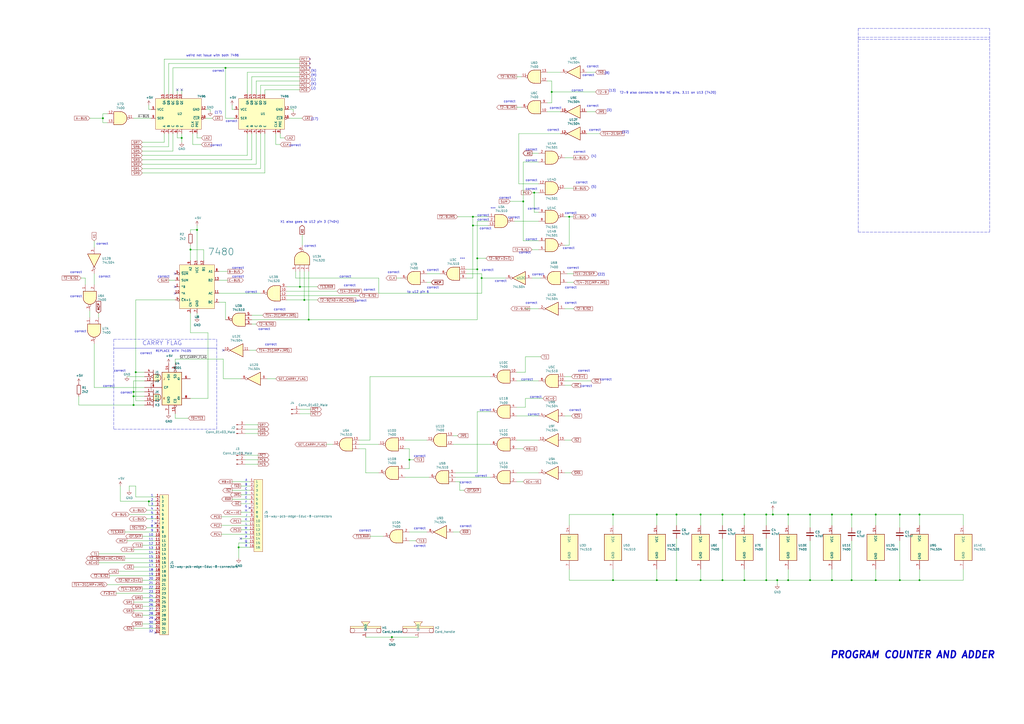
<source format=kicad_sch>
(kicad_sch (version 20211123) (generator eeschema)
  (paper "A2")
  (title_block (title "Program counter and adder") (date "2021-07-14") (rev "1") (company "Electronics Australia") (comment 1 "Designed by Jamieson Rowe") (comment 2 "Drawn by Gwyllym Suter"))
  (junction (at 444.5 298.45))
  (junction (at 482.6 298.45))
  (junction (at 77.47 229.87))
  (junction (at 482.6 336.55))
  (junction (at 431.8 336.55))
  (junction (at 448.31 298.45))
  (junction (at 110.49 144.78))
  (junction (at 173.99 166.37))
  (junction (at 419.1 336.55))
  (junction (at 450.85 336.55))
  (junction (at 59.69 68.58))
  (junction (at 431.8 298.45))
  (junction (at 406.4 336.55))
  (junction (at 78.74 215.9))
  (junction (at 381 336.55))
  (junction (at 406.4 298.45))
  (junction (at 330.2 125.73))
  (junction (at 274.32 130.81))
  (junction (at 392.43 298.45))
  (junction (at 105.41 80.01))
  (junction (at 309.88 111.76))
  (junction (at 303.53 116.84))
  (junction (at 274.32 125.73))
  (junction (at 77.47 227.33))
  (junction (at 444.5 336.55))
  (junction (at 457.2 336.55))
  (junction (at 469.9 336.55))
  (junction (at 381 298.45))
  (junction (at 279.4 161.29))
  (junction (at 130.81 39.37))
  (junction (at 494.03 336.55))
  (junction (at 176.53 173.99))
  (junction (at 355.6 336.55))
  (junction (at 533.4 336.55))
  (junction (at 508 298.45))
  (junction (at 179.07 185.42))
  (junction (at 469.9 298.45))
  (junction (at 86.36 290.83))
  (junction (at 508 336.55))
  (junction (at 77.47 234.95))
  (junction (at 355.6 298.45))
  (junction (at 419.1 298.45))
  (junction (at 392.43 336.55))
  (junction (at 227.33 369.57))
  (junction (at 237.49 266.7))
  (junction (at 276.86 149.86))
  (junction (at 114.3 133.35))
  (junction (at 494.03 298.45))
  (junction (at 521.97 298.45))
  (junction (at 521.97 336.55))
  (junction (at 457.2 298.45))
  (junction (at 533.4 298.45))
  (junction (at 138.43 317.5))
  (junction (at 320.04 53.34))
  (junction (at 276.86 156.21))
  (no_connect (at 101.6 170.18))
  (no_connect (at 101.6 158.75))
  (no_connect (at 101.6 166.37))
  (no_connect (at 90.17 359.41))
  (no_connect (at 139.7 312.42))
  (no_connect (at 102.87 52.07))
  (no_connect (at 144.78 294.64))
  (no_connect (at 90.17 367.03))
  (no_connect (at 105.41 52.07))
  (no_connect (at 90.17 303.53))
  (no_connect (at 129.54 203.2))
  (wire (pts (xy 118.11 151.13) (xy 118.11 144.78)))
  (wire (pts (xy 355.6 336.55) (xy 330.2 336.55)))
  (wire (pts (xy 208.28 257.81) (xy 219.71 257.81)))
  (wire (pts (xy 309.88 123.19) (xy 312.42 123.19)))
  (wire (pts (xy 276.86 128.27) (xy 276.86 149.86)))
  (wire (pts (xy 166.37 168.91) (xy 195.58 168.91)))
  (wire (pts (xy 127 170.18) (xy 151.13 170.18)))
  (polyline (pts (xy 125.73 248.92) (xy 125.73 196.85)))
  (wire (pts (xy 265.43 125.73) (xy 274.32 125.73)))
  (wire (pts (xy 295.91 116.84) (xy 303.53 116.84)))
  (wire (pts (xy 114.3 77.47) (xy 114.3 80.01)))
  (wire (pts (xy 74.93 298.45) (xy 90.17 298.45)))
  (wire (pts (xy 208.28 260.35) (xy 212.09 260.35)))
  (wire (pts (xy 52.07 180.34) (xy 52.07 184.15)))
  (wire (pts (xy 153.67 77.47) (xy 153.67 100.33)))
  (wire (pts (xy 101.6 208.28) (xy 129.54 208.28)))
  (wire (pts (xy 143.51 77.47) (xy 143.51 90.17)))
  (wire (pts (xy 142.24 269.24) (xy 149.86 269.24)))
  (wire (pts (xy 431.8 304.8) (xy 431.8 298.45)))
  (wire (pts (xy 162.56 80.01) (xy 165.1 80.01)))
  (wire (pts (xy 138.43 317.5) (xy 138.43 323.85)))
  (wire (pts (xy 95.25 34.29) (xy 173.99 34.29)))
  (wire (pts (xy 83.82 215.9) (xy 78.74 215.9)))
  (wire (pts (xy 448.31 298.45) (xy 457.2 298.45)))
  (wire (pts (xy 129.54 219.71) (xy 139.7 219.71)))
  (wire (pts (xy 45.72 234.95) (xy 45.72 229.87)))
  (wire (pts (xy 143.51 90.17) (xy 82.55 90.17)))
  (wire (pts (xy 130.81 39.37) (xy 173.99 39.37)))
  (wire (pts (xy 355.6 330.2) (xy 355.6 336.55)))
  (wire (pts (xy 110.49 144.78) (xy 110.49 142.24)))
  (wire (pts (xy 176.53 173.99) (xy 184.15 173.99)))
  (wire (pts (xy 237.49 266.7) (xy 237.49 271.78)))
  (wire (pts (xy 299.72 274.32) (xy 312.42 274.32)))
  (wire (pts (xy 90.17 331.47) (xy 68.58 331.47)))
  (wire (pts (xy 330.2 125.73) (xy 330.2 142.24)))
  (wire (pts (xy 90.17 321.31) (xy 57.15 321.31)))
  (wire (pts (xy 128.27 299.72) (xy 144.78 299.72)))
  (wire (pts (xy 118.11 144.78) (xy 110.49 144.78)))
  (wire (pts (xy 134.62 60.96) (xy 134.62 63.5)))
  (wire (pts (xy 450.85 339.09) (xy 450.85 336.55)))
  (wire (pts (xy 444.5 312.42) (xy 444.5 336.55)))
  (wire (pts (xy 558.8 336.55) (xy 558.8 330.2)))
  (wire (pts (xy 90.17 341.63) (xy 82.55 341.63)))
  (wire (pts (xy 234.95 260.35) (xy 237.49 260.35)))
  (wire (pts (xy 533.4 336.55) (xy 533.4 330.2)))
  (wire (pts (xy 320.04 46.99) (xy 317.5 46.99)))
  (wire (pts (xy 320.04 53.34) (xy 345.44 53.34)))
  (wire (pts (xy 78.74 281.94) (xy 74.93 281.94)))
  (wire (pts (xy 154.94 219.71) (xy 160.02 219.71)))
  (wire (pts (xy 276.86 149.86) (xy 276.86 156.21)))
  (wire (pts (xy 90.17 328.93) (xy 77.47 328.93)))
  (wire (pts (xy 381 330.2) (xy 381 336.55)))
  (wire (pts (xy 330.2 304.8) (xy 330.2 298.45)))
  (wire (pts (xy 90.17 336.55) (xy 82.55 336.55)))
  (wire (pts (xy 82.55 351.79) (xy 90.17 351.79)))
  (wire (pts (xy 237.49 266.7) (xy 240.03 266.7)))
  (wire (pts (xy 533.4 304.8) (xy 533.4 298.45)))
  (wire (pts (xy 219.71 161.29) (xy 219.71 170.18)))
  (wire (pts (xy 144.78 317.5) (xy 138.43 317.5)))
  (wire (pts (xy 274.32 161.29) (xy 270.51 161.29)))
  (wire (pts (xy 110.49 133.35) (xy 114.3 133.35)))
  (wire (pts (xy 508 298.45) (xy 494.03 298.45)))
  (wire (pts (xy 100.33 77.47) (xy 100.33 87.63)))
  (wire (pts (xy 146.05 92.71) (xy 82.55 92.71)))
  (wire (pts (xy 304.8 231.14) (xy 314.96 231.14)))
  (wire (pts (xy 49.53 161.29) (xy 46.99 161.29)))
  (wire (pts (xy 148.59 46.99) (xy 173.99 46.99)))
  (wire (pts (xy 482.6 336.55) (xy 469.9 336.55)))
  (wire (pts (xy 62.23 66.04) (xy 59.69 66.04)))
  (wire (pts (xy 139.7 297.18) (xy 144.78 297.18)))
  (wire (pts (xy 234.95 255.27) (xy 247.65 255.27)))
  (wire (pts (xy 151.13 54.61) (xy 151.13 49.53)))
  (wire (pts (xy 494.03 313.69) (xy 494.03 336.55)))
  (wire (pts (xy 160.02 83.82) (xy 160.02 77.47)))
  (wire (pts (xy 90.17 290.83) (xy 86.36 290.83)))
  (wire (pts (xy 308.61 144.78) (xy 312.42 144.78)))
  (wire (pts (xy 90.17 323.85) (xy 72.39 323.85)))
  (wire (pts (xy 90.17 334.01) (xy 63.5 334.01)))
  (wire (pts (xy 102.87 77.47) (xy 102.87 80.01)))
  (wire (pts (xy 59.69 68.58) (xy 52.07 68.58)))
  (polyline (pts (xy 574.04 134.62) (xy 574.04 16.51)))
  (wire (pts (xy 482.6 298.45) (xy 482.6 304.8)))
  (wire (pts (xy 173.99 166.37) (xy 166.37 166.37)))
  (wire (pts (xy 266.7 279.4) (xy 266.7 284.48)))
  (wire (pts (xy 120.65 231.14) (xy 110.49 231.14)))
  (wire (pts (xy 262.89 252.73) (xy 265.43 252.73)))
  (wire (pts (xy 77.47 220.98) (xy 77.47 227.33)))
  (wire (pts (xy 274.32 130.81) (xy 274.32 161.29)))
  (wire (pts (xy 179.07 185.42) (xy 276.86 185.42)))
  (wire (pts (xy 146.05 187.96) (xy 148.59 187.96)))
  (wire (pts (xy 406.4 304.8) (xy 406.4 298.45)))
  (wire (pts (xy 299.72 255.27) (xy 312.42 255.27)))
  (wire (pts (xy 247.65 158.75) (xy 255.27 158.75)))
  (wire (pts (xy 494.03 306.07) (xy 494.03 298.45)))
  (wire (pts (xy 469.9 306.07) (xy 469.9 298.45)))
  (wire (pts (xy 144.78 203.2) (xy 148.59 203.2)))
  (wire (pts (xy 86.36 290.83) (xy 69.85 290.83)))
  (wire (pts (xy 392.43 298.45) (xy 406.4 298.45)))
  (wire (pts (xy 49.53 165.1) (xy 49.53 161.29)))
  (wire (pts (xy 521.97 336.55) (xy 533.4 336.55)))
  (wire (pts (xy 138.43 314.96) (xy 138.43 317.5)))
  (wire (pts (xy 340.36 64.77) (xy 345.44 64.77)))
  (wire (pts (xy 54.61 199.39) (xy 54.61 224.79)))
  (wire (pts (xy 320.04 53.34) (xy 320.04 46.99)))
  (wire (pts (xy 129.54 208.28) (xy 129.54 219.71)))
  (wire (pts (xy 237.49 313.69) (xy 241.3 313.69)))
  (wire (pts (xy 83.82 229.87) (xy 77.47 229.87)))
  (wire (pts (xy 237.49 271.78) (xy 234.95 271.78)))
  (wire (pts (xy 482.6 330.2) (xy 482.6 336.55)))
  (wire (pts (xy 274.32 130.81) (xy 274.32 125.73)))
  (wire (pts (xy 148.59 77.47) (xy 148.59 95.25)))
  (wire (pts (xy 139.7 292.1) (xy 144.78 292.1)))
  (wire (pts (xy 482.6 336.55) (xy 494.03 336.55)))
  (wire (pts (xy 328.93 158.75) (xy 332.74 158.75)))
  (wire (pts (xy 355.6 298.45) (xy 381 298.45)))
  (wire (pts (xy 170.18 63.5) (xy 170.18 64.77)))
  (wire (pts (xy 299.72 236.22) (xy 304.8 236.22)))
  (wire (pts (xy 175.26 142.24) (xy 175.26 135.89)))
  (wire (pts (xy 45.72 234.95) (xy 77.47 234.95)))
  (wire (pts (xy 144.78 304.8) (xy 128.27 304.8)))
  (wire (pts (xy 82.55 356.87) (xy 90.17 356.87)))
  (wire (pts (xy 74.93 281.94) (xy 74.93 284.48)))
  (wire (pts (xy 86.36 63.5) (xy 87.63 63.5)))
  (wire (pts (xy 444.5 298.45) (xy 448.31 298.45)))
  (wire (pts (xy 102.87 54.61) (xy 102.87 52.07)))
  (wire (pts (xy 317.5 41.91) (xy 325.12 41.91)))
  (wire (pts (xy 431.8 330.2) (xy 431.8 336.55)))
  (wire (pts (xy 270.51 158.75) (xy 279.4 158.75)))
  (wire (pts (xy 212.09 274.32) (xy 219.71 274.32)))
  (polyline (pts (xy 66.04 201.93) (xy 125.73 201.93)) (stroke (width 0) (type solid)))
  (wire (pts (xy 78.74 215.9) (xy 78.74 232.41)))
  (polyline (pts (xy 497.84 134.62) (xy 574.04 134.62)))
  (wire (pts (xy 143.51 54.61) (xy 143.51 41.91)))
  (wire (pts (xy 102.87 80.01) (xy 105.41 80.01)))
  (wire (pts (xy 105.41 80.01) (xy 105.41 82.55)))
  (wire (pts (xy 167.64 68.58) (xy 175.26 68.58)))
  (wire (pts (xy 114.3 184.15) (xy 114.3 181.61)))
  (wire (pts (xy 153.67 100.33) (xy 82.55 100.33)))
  (wire (pts (xy 82.55 346.71) (xy 90.17 346.71)))
  (wire (pts (xy 298.45 128.27) (xy 312.42 128.27)))
  (wire (pts (xy 264.16 279.4) (xy 266.7 279.4)))
  (wire (pts (xy 392.43 336.55) (xy 381 336.55)))
  (wire (pts (xy 97.79 36.83) (xy 173.99 36.83)))
  (polyline (pts (xy 66.04 248.92) (xy 125.73 248.92)))
  (wire (pts (xy 392.43 312.42) (xy 392.43 336.55)))
  (wire (pts (xy 330.2 125.73) (xy 332.74 125.73)))
  (wire (pts (xy 54.61 139.7) (xy 54.61 143.51)))
  (wire (pts (xy 54.61 165.1) (xy 54.61 158.75)))
  (wire (pts (xy 327.66 241.3) (xy 331.47 241.3)))
  (wire (pts (xy 148.59 54.61) (xy 148.59 46.99)))
  (wire (pts (xy 95.25 54.61) (xy 95.25 34.29)))
  (wire (pts (xy 457.2 336.55) (xy 450.85 336.55)))
  (wire (pts (xy 419.1 304.8) (xy 419.1 298.45)))
  (wire (pts (xy 142.24 251.46) (xy 149.86 251.46)))
  (wire (pts (xy 219.71 170.18) (xy 279.4 170.18)))
  (wire (pts (xy 97.79 162.56) (xy 101.6 162.56)))
  (wire (pts (xy 90.17 344.17) (xy 67.31 344.17)))
  (wire (pts (xy 73.66 218.44) (xy 83.82 218.44)))
  (wire (pts (xy 142.24 246.38) (xy 149.86 246.38)))
  (wire (pts (xy 521.97 313.69) (xy 521.97 336.55)))
  (wire (pts (xy 276.86 156.21) (xy 270.51 156.21)))
  (wire (pts (xy 167.64 63.5) (xy 170.18 63.5)))
  (wire (pts (xy 308.61 111.76) (xy 309.88 111.76)))
  (wire (pts (xy 508 330.2) (xy 508 336.55)))
  (wire (pts (xy 303.53 260.35) (xy 299.72 260.35)))
  (wire (pts (xy 444.5 304.8) (xy 444.5 298.45)))
  (wire (pts (xy 303.53 93.98) (xy 303.53 116.84)))
  (wire (pts (xy 90.17 311.15) (xy 82.55 311.15)))
  (wire (pts (xy 328.93 163.83) (xy 332.74 163.83)))
  (wire (pts (xy 166.37 173.99) (xy 176.53 173.99)))
  (wire (pts (xy 340.36 77.47) (xy 347.98 77.47)))
  (wire (pts (xy 173.99 157.48) (xy 173.99 166.37)))
  (wire (pts (xy 193.04 257.81) (xy 189.23 257.81)))
  (wire (pts (xy 330.2 142.24) (xy 327.66 142.24)))
  (wire (pts (xy 381 298.45) (xy 392.43 298.45)))
  (wire (pts (xy 303.53 116.84) (xy 303.53 139.7)))
  (wire (pts (xy 234.95 276.86) (xy 248.92 276.86)))
  (wire (pts (xy 90.17 308.61) (xy 72.39 308.61)))
  (wire (pts (xy 448.31 295.91) (xy 448.31 298.45)))
  (wire (pts (xy 406.4 298.45) (xy 419.1 298.45)))
  (wire (pts (xy 134.62 289.56) (xy 144.78 289.56)))
  (wire (pts (xy 90.17 339.09) (xy 62.23 339.09)))
  (wire (pts (xy 59.69 68.58) (xy 59.69 71.12)))
  (wire (pts (xy 444.5 336.55) (xy 431.8 336.55)))
  (wire (pts (xy 86.36 290.83) (xy 86.36 293.37)))
  (wire (pts (xy 101.6 210.82) (xy 101.6 208.28)))
  (polyline (pts (xy 497.84 21.59) (xy 574.04 21.59)))
  (wire (pts (xy 227.33 369.57) (xy 242.57 369.57)))
  (wire (pts (xy 431.8 298.45) (xy 444.5 298.45)))
  (wire (pts (xy 325.12 77.47) (xy 300.99 77.47)))
  (wire (pts (xy 281.94 149.86) (xy 276.86 149.86)))
  (wire (pts (xy 469.9 313.69) (xy 469.9 336.55)))
  (wire (pts (xy 151.13 49.53) (xy 173.99 49.53)))
  (wire (pts (xy 144.78 302.26) (xy 139.7 302.26)))
  (wire (pts (xy 327.66 125.73) (xy 330.2 125.73)))
  (wire (pts (xy 78.74 215.9) (xy 78.74 173.99)))
  (wire (pts (xy 97.79 54.61) (xy 97.79 36.83)))
  (wire (pts (xy 327.66 255.27) (xy 331.47 255.27)))
  (wire (pts (xy 139.7 287.02) (xy 144.78 287.02)))
  (wire (pts (xy 77.47 234.95) (xy 83.82 234.95)))
  (wire (pts (xy 134.62 284.48) (xy 144.78 284.48)))
  (wire (pts (xy 558.8 298.45) (xy 558.8 304.8)))
  (wire (pts (xy 86.36 60.96) (xy 86.36 63.5)))
  (wire (pts (xy 508 304.8) (xy 508 298.45)))
  (wire (pts (xy 146.05 182.88) (xy 152.4 182.88)))
  (wire (pts (xy 90.17 313.69) (xy 73.66 313.69)))
  (polyline (pts (xy 497.84 16.51) (xy 497.84 134.62)))
  (wire (pts (xy 110.49 193.04) (xy 120.65 193.04)))
  (wire (pts (xy 77.47 349.25) (xy 90.17 349.25)))
  (wire (pts (xy 237.49 308.61) (xy 247.65 308.61)))
  (wire (pts (xy 276.86 238.76) (xy 276.86 274.32)))
  (wire (pts (xy 450.85 336.55) (xy 444.5 336.55)))
  (wire (pts (xy 90.17 318.77) (xy 77.47 318.77)))
  (wire (pts (xy 327.66 220.98) (xy 342.9 220.98)))
  (wire (pts (xy 78.74 232.41) (xy 83.82 232.41)))
  (wire (pts (xy 303.53 139.7) (xy 312.42 139.7)))
  (wire (pts (xy 533.4 298.45) (xy 521.97 298.45)))
  (wire (pts (xy 77.47 68.58) (xy 87.63 68.58)))
  (wire (pts (xy 299.72 62.23) (xy 302.26 62.23)))
  (wire (pts (xy 406.4 330.2) (xy 406.4 336.55)))
  (wire (pts (xy 381 304.8) (xy 381 298.45)))
  (polyline (pts (xy 497.84 16.51) (xy 574.04 16.51)))
  (wire (pts (xy 134.62 279.4) (xy 144.78 279.4)))
  (wire (pts (xy 279.4 161.29) (xy 293.37 161.29)))
  (wire (pts (xy 59.69 66.04) (xy 59.69 68.58)))
  (wire (pts (xy 146.05 77.47) (xy 146.05 92.71)))
  (wire (pts (xy 85.09 300.99) (xy 90.17 300.99)))
  (wire (pts (xy 457.2 330.2) (xy 457.2 336.55)))
  (wire (pts (xy 59.69 71.12) (xy 62.23 71.12)))
  (wire (pts (xy 144.78 307.34) (xy 139.7 307.34)))
  (wire (pts (xy 160.02 83.82) (xy 162.56 83.82)))
  (wire (pts (xy 320.04 59.69) (xy 320.04 53.34)))
  (wire (pts (xy 69.85 290.83) (xy 69.85 281.94)))
  (wire (pts (xy 274.32 125.73) (xy 283.21 125.73)))
  (wire (pts (xy 90.17 361.95) (xy 82.55 361.95)))
  (wire (pts (xy 114.3 130.81) (xy 114.3 133.35)))
  (wire (pts (xy 146.05 44.45) (xy 173.99 44.45)))
  (wire (pts (xy 299.72 44.45) (xy 302.26 44.45)))
  (wire (pts (xy 119.38 68.58) (xy 123.19 68.58)))
  (wire (pts (xy 327.66 179.07) (xy 332.74 179.07)))
  (wire (pts (xy 77.47 354.33) (xy 90.17 354.33)))
  (wire (pts (xy 300.99 106.68) (xy 312.42 106.68)))
  (wire (pts (xy 171.45 157.48) (xy 171.45 161.29)))
  (wire (pts (xy 469.9 336.55) (xy 457.2 336.55)))
  (wire (pts (xy 392.43 304.8) (xy 392.43 298.45)))
  (wire (pts (xy 90.17 306.07) (xy 85.09 306.07)))
  (wire (pts (xy 521.97 306.07) (xy 521.97 298.45)))
  (wire (pts (xy 317.5 59.69) (xy 320.04 59.69)))
  (wire (pts (xy 57.15 181.61) (xy 57.15 184.15)))
  (wire (pts (xy 327.66 274.32) (xy 331.47 274.32)))
  (wire (pts (xy 97.79 77.47) (xy 97.79 85.09)))
  (wire (pts (xy 105.41 77.47) (xy 105.41 80.01)))
  (wire (pts (xy 109.22 242.57) (xy 101.6 242.57)))
  (wire (pts (xy 229.87 161.29) (xy 232.41 161.29)))
  (wire (pts (xy 284.48 238.76) (xy 276.86 238.76)))
  (wire (pts (xy 419.1 298.45) (xy 431.8 298.45)))
  (wire (pts (xy 130.81 68.58) (xy 135.89 68.58)))
  (wire (pts (xy 312.42 93.98) (xy 303.53 93.98)))
  (wire (pts (xy 264.16 276.86) (xy 284.48 276.86)))
  (wire (pts (xy 134.62 63.5) (xy 135.89 63.5)))
  (wire (pts (xy 212.09 369.57) (xy 227.33 369.57)))
  (wire (pts (xy 173.99 166.37) (xy 184.15 166.37)))
  (wire (pts (xy 86.36 293.37) (xy 90.17 293.37)))
  (wire (pts (xy 327.66 218.44) (xy 331.47 218.44)))
  (wire (pts (xy 97.79 85.09) (xy 82.55 85.09)))
  (wire (pts (xy 90.17 288.29) (xy 78.74 288.29)))
  (wire (pts (xy 304.8 179.07) (xy 312.42 179.07)))
  (wire (pts (xy 100.33 39.37) (xy 130.81 39.37)))
  (wire (pts (xy 304.8 236.22) (xy 304.8 231.14)))
  (wire (pts (xy 121.92 63.5) (xy 121.92 64.77)))
  (wire (pts (xy 262.89 308.61) (xy 266.7 308.61)))
  (wire (pts (xy 317.5 64.77) (xy 325.12 64.77)))
  (wire (pts (xy 208.28 255.27) (xy 214.63 255.27)))
  (wire (pts (xy 327.66 109.22) (xy 332.74 109.22)))
  (wire (pts (xy 148.59 95.25) (xy 82.55 95.25)))
  (wire (pts (xy 151.13 97.79) (xy 82.55 97.79)))
  (wire (pts (xy 308.61 88.9) (xy 312.42 88.9)))
  (wire (pts (xy 222.25 311.15) (xy 214.63 311.15)))
  (wire (pts (xy 78.74 288.29) (xy 78.74 281.94)))
  (wire (pts (xy 171.45 161.29) (xy 219.71 161.29)))
  (wire (pts (xy 90.17 364.49) (xy 77.47 364.49)))
  (wire (pts (xy 431.8 336.55) (xy 419.1 336.55)))
  (polyline (pts (xy 497.84 22.86) (xy 574.04 22.86)))
  (wire (pts (xy 119.38 63.5) (xy 121.92 63.5)))
  (wire (pts (xy 355.6 304.8) (xy 355.6 298.45)))
  (wire (pts (xy 309.88 111.76) (xy 312.42 111.76)))
  (wire (pts (xy 300.99 77.47) (xy 300.99 106.68)))
  (wire (pts (xy 179.07 157.48) (xy 179.07 185.42)))
  (wire (pts (xy 180.34 237.49) (xy 173.99 237.49)))
  (wire (pts (xy 276.86 274.32) (xy 264.16 274.32)))
  (wire (pts (xy 212.09 260.35) (xy 212.09 274.32)))
  (wire (pts (xy 127 175.26) (xy 130.81 175.26)))
  (wire (pts (xy 54.61 224.79) (xy 83.82 224.79)))
  (wire (pts (xy 274.32 130.81) (xy 283.21 130.81)))
  (wire (pts (xy 144.78 312.42) (xy 139.7 312.42)))
  (wire (pts (xy 77.47 229.87) (xy 77.47 234.95)))
  (wire (pts (xy 95.25 82.55) (xy 95.25 77.47)))
  (wire (pts (xy 299.72 215.9) (xy 304.8 215.9)))
  (wire (pts (xy 330.2 336.55) (xy 330.2 330.2)))
  (wire (pts (xy 101.6 242.57) (xy 101.6 240.03)))
  (wire (pts (xy 83.82 220.98) (xy 77.47 220.98)))
  (wire (pts (xy 146.05 185.42) (xy 179.07 185.42)))
  (wire (pts (xy 120.65 193.04) (xy 120.65 231.14)))
  (wire (pts (xy 406.4 336.55) (xy 392.43 336.55)))
  (wire (pts (xy 279.4 161.29) (xy 279.4 158.75)))
  (wire (pts (xy 142.24 248.92) (xy 149.86 248.92)))
  (wire (pts (xy 130.81 175.26) (xy 130.81 185.42)))
  (wire (pts (xy 330.2 298.45) (xy 355.6 298.45)))
  (wire (pts (xy 166.37 171.45) (xy 208.28 171.45)))
  (wire (pts (xy 78.74 173.99) (xy 101.6 173.99)))
  (wire (pts (xy 457.2 298.45) (xy 469.9 298.45)))
  (wire (pts (xy 327.66 91.44) (xy 332.74 91.44)))
  (wire (pts (xy 127 162.56) (xy 132.08 162.56)))
  (wire (pts (xy 111.76 77.47) (xy 111.76 83.82)))
  (wire (pts (xy 533.4 298.45) (xy 558.8 298.45)))
  (wire (pts (xy 144.78 309.88) (xy 128.27 309.88)))
  (wire (pts (xy 419.1 312.42) (xy 419.1 336.55)))
  (wire (pts (xy 127 157.48) (xy 132.08 157.48)))
  (wire (pts (xy 494.03 298.45) (xy 482.6 298.45)))
  (wire (pts (xy 114.3 133.35) (xy 114.3 151.13)))
  (wire (pts (xy 214.63 218.44) (xy 284.48 218.44)))
  (wire (pts (xy 381 336.55) (xy 355.6 336.55)))
  (wire (pts (xy 308.61 161.29) (xy 313.69 161.29)))
  (wire (pts (xy 419.1 336.55) (xy 406.4 336.55)))
  (wire (pts (xy 469.9 298.45) (xy 482.6 298.45)))
  (wire (pts (xy 153.67 52.07) (xy 173.99 52.07)))
  (wire (pts (xy 143.51 41.91) (xy 173.99 41.91)))
  (wire (pts (xy 90.17 326.39) (xy 57.15 326.39)))
  (polyline (pts (xy 66.04 196.85) (xy 66.04 248.92)))
  (wire (pts (xy 521.97 298.45) (xy 508 298.45)))
  (wire (pts (xy 111.76 83.82) (xy 116.84 83.82)))
  (wire (pts (xy 83.82 227.33) (xy 77.47 227.33)))
  (wire (pts (xy 299.72 241.3) (xy 312.42 241.3)))
  (wire (pts (xy 162.56 77.47) (xy 162.56 80.01)))
  (wire (pts (xy 457.2 304.8) (xy 457.2 298.45)))
  (wire (pts (xy 142.24 266.7) (xy 149.86 266.7)))
  (wire (pts (xy 180.34 240.03) (xy 173.99 240.03)))
  (wire (pts (xy 304.8 207.01) (xy 313.69 207.01)))
  (wire (pts (xy 247.65 163.83) (xy 250.19 163.83)))
  (wire (pts (xy 176.53 157.48) (xy 176.53 173.99)))
  (wire (pts (xy 105.41 54.61) (xy 105.41 52.07)))
  (wire (pts (xy 85.09 295.91) (xy 90.17 295.91)))
  (wire (pts (xy 327.66 223.52) (xy 331.47 223.52)))
  (wire (pts (xy 494.03 336.55) (xy 508 336.55)))
  (wire (pts (xy 276.86 156.21) (xy 276.86 185.42)))
  (wire (pts (xy 153.67 54.61) (xy 153.67 52.07)))
  (wire (pts (xy 304.8 215.9) (xy 304.8 207.01)))
  (polyline (pts (xy 66.04 196.85) (xy 125.73 196.85)))
  (wire (pts (xy 114.3 80.01) (xy 116.84 80.01)))
  (wire (pts (xy 276.86 128.27) (xy 283.21 128.27)))
  (wire (pts (xy 533.4 336.55) (xy 558.8 336.55)))
  (wire (pts (xy 340.36 41.91) (xy 345.44 41.91)))
  (wire (pts (xy 284.48 257.81) (xy 262.89 257.81)))
  (wire (pts (xy 100.33 87.63) (xy 82.55 87.63)))
  (wire (pts (xy 279.4 170.18) (xy 279.4 161.29)))
  (wire (pts (xy 144.78 314.96) (xy 138.43 314.96)))
  (wire (pts (xy 508 336.55) (xy 521.97 336.55)))
  (wire (pts (xy 139.7 281.94) (xy 144.78 281.94)))
  (wire (pts (xy 142.24 264.16) (xy 149.86 264.16)))
  (wire (pts (xy 77.47 227.33) (xy 77.47 229.87)))
  (wire (pts (xy 90.17 316.23) (xy 82.55 316.23)))
  (wire (pts (xy 299.72 220.98) (xy 312.42 220.98)))
  (wire (pts (xy 130.81 39.37) (xy 130.81 68.58)))
  (wire (pts (xy 110.49 144.78) (xy 110.49 151.13)))
  (wire (pts (xy 110.49 134.62) (xy 110.49 133.35)))
  (wire (pts (xy 100.33 39.37) (xy 100.33 54.61)))
  (wire (pts (xy 110.49 181.61) (xy 110.49 193.04)))
  (wire (pts (xy 266.7 284.48) (xy 269.24 284.48)))
  (wire (pts (xy 303.53 279.4) (xy 299.72 279.4)))
  (wire (pts (xy 146.05 54.61) (xy 146.05 44.45)))
  (wire (pts (xy 237.49 260.35) (xy 237.49 266.7)))
  (wire (pts (xy 214.63 255.27) (xy 214.63 218.44)))
  (wire (pts (xy 151.13 77.47) (xy 151.13 97.79)))
  (wire (pts (xy 309.88 123.19) (xy 309.88 111.76)))
  (wire (pts (xy 95.25 82.55) (xy 82.55 82.55)))
  (text "correct" (at 327.66 124.46 0) (effects (font (size 1.27 1.27)) (justify left bottom)))
  (text "22" (at 88.9 341.63 180) (effects (font (size 1.27 1.27)) (justify right bottom)))
  (text "correct" (at 276.86 125.73 0) (effects (font (size 1.27 1.27)) (justify left bottom)))
  (text "correct" (at 55.88 142.24 0) (effects (font (size 1.27 1.27)) (justify left bottom)))
  (text "B" (at 143.51 281.94 180) (effects (font (size 1.27 1.27)) (justify right bottom)))
  (text "correct\n" (at 341.63 76.2 0) (effects (font (size 1.27 1.27)) (justify left bottom)))
  (text "(M)\n" (at 180.34 44.45 0) (effects (font (size 1.27 1.27)) (justify left bottom)))
  (text "(B)" (at 350.52 43.18 0) (effects (font (size 1.27 1.27)) (justify left bottom)))
  (text "correct" (at 308.61 160.02 0) (effects (font (size 1.27 1.27)) (justify left bottom)))
  (text "H" (at 143.51 297.18 180) (effects (font (size 1.27 1.27)) (justify right bottom)))
  (text "correct\n" (at 304.8 105.41 0) (effects (font (size 1.27 1.27)) (justify left bottom)))
  (text "correct" (at 66.04 215.9 0) (effects (font (size 1.27 1.27)) (justify left bottom)))
  (text "correct" (at 302.26 220.98 0) (effects (font (size 1.27 1.27)) (justify left bottom)))
  (text "correct" (at 327.66 167.64 0) (effects (font (size 1.27 1.27)) (justify left bottom)))
  (text "correct" (at 40.64 172.72 0) (effects (font (size 1.27 1.27)) (justify left bottom)))
  (text "correct" (at 176.53 143.51 0) (effects (font (size 1.27 1.27)) (justify left bottom)))
  (text "correct" (at 347.98 220.98 0) (effects (font (size 1.27 1.27)) (justify left bottom)))
  (text "D" (at 143.51 287.02 180) (effects (font (size 1.27 1.27)) (justify right bottom)))
  (text "correct" (at 275.59 276.86 0) (effects (font (size 1.27 1.27)) (justify left bottom)))
  (text "28" (at 88.9 356.87 180) (effects (font (size 1.27 1.27)) (justify right bottom)))
  (text "correct" (at 328.93 156.21 0) (effects (font (size 1.27 1.27)) (justify left bottom)))
  (text "1" (at 88.9 288.29 180) (effects (font (size 1.27 1.27)) (justify right bottom)))
  (text "correct" (at 304.8 139.7 0) (effects (font (size 1.27 1.27)) (justify left bottom)))
  (text "***" (at 284.48 121.92 0) (effects (font (size 1.27 1.27)) (justify left bottom)))
  (text "5" (at 88.9 298.45 180) (effects (font (size 1.27 1.27)) (justify right bottom)))
  (text "*" (at 179.07 38.1 0) (effects (font (size 1.27 1.27)) (justify left bottom)))
  (text "(L)" (at 180.34 46.99 0) (effects (font (size 1.27 1.27)) (justify left bottom)))
  (text "correct" (at 208.28 308.61 0) (effects (font (size 1.27 1.27)) (justify left bottom)))
  (text "(22)" (at 346.71 160.02 0) (effects (font (size 1.27 1.27)) (justify left bottom)))
  (text "correct" (at 69.85 228.6 0) (effects (font (size 1.27 1.27)) (justify left bottom)))
  (text "E" (at 143.51 289.56 180) (effects (font (size 1.27 1.27)) (justify right bottom)))
  (text "*" (at 179.07 40.64 0) (effects (font (size 1.27 1.27)) (justify left bottom)))
  (text "29" (at 88.9 359.41 180) (effects (font (size 1.27 1.27)) (justify right bottom)))
  (text "12" (at 88.9 316.23 180) (effects (font (size 1.27 1.27)) (justify right bottom)))
  (text "correct" (at 307.34 231.14 0) (effects (font (size 1.27 1.27)) (justify left bottom)))
  (text "correct" (at 123.19 41.91 0) (effects (font (size 1.27 1.27)) (justify left bottom)))
  (text "15" (at 88.9 323.85 180) (effects (font (size 1.27 1.27)) (justify right bottom)))
  (text "correct\n" (at 337.82 44.45 0) (effects (font (size 1.27 1.27)) (justify left bottom)))
  (text "correct" (at 40.64 158.75 0) (effects (font (size 1.27 1.27)) (justify left bottom)))
  (text "correct\n" (at 331.47 53.34 0) (effects (font (size 1.27 1.27)) (justify left bottom)))
  (text "(17)\n" (at 124.46 66.04 0) (effects (font (size 1.27 1.27)) (justify left bottom)))
  (text "correct" (at 330.2 238.76 0) (effects (font (size 1.27 1.27)) (justify left bottom)))
  (text "correct" (at 142.24 170.18 0) (effects (font (size 1.27 1.27)) (justify left bottom)))
  (text "(13)" (at 353.06 53.34 0) (effects (font (size 1.27 1.27)) (justify left bottom)))
  (text "(6)" (at 342.9 125.73 0) (effects (font (size 1.27 1.27)) (justify left bottom)))
  (text "correct" (at 327.66 176.53 0) (effects (font (size 1.27 1.27)) (justify left bottom)))
  (text "CARRY FLAG" (at 82.55 200.66 0) (effects (font (size 2.54 2.54)) (justify left bottom)))
  (text "K" (at 143.51 302.26 180) (effects (font (size 1.27 1.27)) (justify right bottom)))
  (text "P" (at 143.51 312.42 180) (effects (font (size 1.27 1.27)) (justify right bottom)))
  (text "correct" (at 205.74 175.26 0) (effects (font (size 1.27 1.27)) (justify left bottom)))
  (text "(5)" (at 342.9 109.22 0) (effects (font (size 1.27 1.27)) (justify left bottom)))
  (text "13" (at 88.9 318.77 180) (effects (font (size 1.27 1.27)) (justify right bottom)))
  (text "correct" (at 304.8 87.63 0) (effects (font (size 1.27 1.27)) (justify left bottom)))
  (text "correct" (at 304.8 176.53 0) (effects (font (size 1.27 1.27)) (justify left bottom)))
  (text "M" (at 143.51 307.34 180) (effects (font (size 1.27 1.27)) (justify right bottom)))
  (text "(K)" (at 180.34 49.53 0) (effects (font (size 1.27 1.27)) (justify left bottom)))
  (text "F" (at 143.51 292.1 180) (effects (font (size 1.27 1.27)) (justify right bottom)))
  (text "25" (at 88.9 349.25 180) (effects (font (size 1.27 1.27)) (justify right bottom)))
  (text "X1 also goes to U12 pin 3 (7404)" (at 162.56 129.54 0) (effects (font (size 1.27 1.27)) (justify left bottom)))
  (text "correct" (at 224.79 158.75 0) (effects (font (size 1.27 1.27)) (justify left bottom)))
  (text "correct\n" (at 340.36 62.23 0) (effects (font (size 1.27 1.27)) (justify left bottom)))
  (text "31" (at 88.9 364.49 180) (effects (font (size 1.27 1.27)) (justify right bottom)))
  (text "correct" (at 247.65 167.64 0) (effects (font (size 1.27 1.27)) (justify left bottom)))
  (text "(J)" (at 180.34 52.07 0) (effects (font (size 1.27 1.27)) (justify left bottom)))
  (text "correct\n" (at 318.77 63.5 0) (effects (font (size 1.27 1.27)) (justify left bottom)))
  (text "32" (at 88.9 367.03 180) (effects (font (size 1.27 1.27)) (justify right bottom)))
  (text "7" (at 88.9 303.53 180) (effects (font (size 1.27 1.27)) (justify right bottom)))
  (text "24" (at 88.9 346.71 180) (effects (font (size 1.27 1.27)) (justify right bottom)))
  (text "correct" (at 134.62 161.29 0) (effects (font (size 1.27 1.27)) (justify left bottom)))
  (text "20" (at 88.9 336.55 180) (effects (font (size 1.27 1.27)) (justify right bottom)))
  (text "correct" (at 294.64 127 0) (effects (font (size 1.27 1.27)) (justify left bottom)))
  (text "(N)" (at 180.34 41.91 0) (effects (font (size 1.27 1.27)) (justify left bottom)))
  (text "correct" (at 57.15 161.29 0) (effects (font (size 1.27 1.27)) (justify left bottom)))
  (text "27" (at 88.9 354.33 180) (effects (font (size 1.27 1.27)) (justify right bottom)))
  (text "(22)" (at 360.68 77.47 0) (effects (font (size 1.27 1.27)) (justify left bottom)))
  (text "2" (at 88.9 290.83 180) (effects (font (size 1.27 1.27)) (justify right bottom)))
  (text "correct" (at 266.7 280.67 0) (effects (font (size 1.27 1.27)) (justify left bottom)))
  (text "(17)\n" (at 180.34 69.85 0) (effects (font (size 1.27 1.27)) (justify left bottom)))
  (text "correct\n" (at 292.1 59.69 0) (effects (font (size 1.27 1.27)) (justify left bottom)))
  (text "correct" (at 278.13 133.35 0) (effects (font (size 1.27 1.27)) (justify left bottom)))
  (text "correct" (at 240.03 265.43 0) (effects (font (size 1.27 1.27)) (justify left bottom)))
  (text "correct" (at 153.67 200.66 0) (effects (font (size 1.27 1.27)) (justify left bottom)))
  (text "correct" (at 306.07 121.92 0) (effects (font (size 1.27 1.27)) (justify left bottom)))
  (text "4" (at 88.9 295.91 180) (effects (font (size 1.27 1.27)) (justify right bottom)))
  (text "correct" (at 336.55 224.79 0) (effects (font (size 1.27 1.27)) (justify left bottom)))
  (text "correct" (at 266.7 306.07 0) (effects (font (size 1.27 1.27)) (justify left bottom)))
  (text "30" (at 88.9 361.95 180) (effects (font (size 1.27 1.27)) (justify right bottom)))
  (text "correct" (at 240.03 317.5 0) (effects (font (size 1.27 1.27)) (justify left bottom)))
  (text "correct" (at 279.4 157.48 0) (effects (font (size 1.27 1.27)) (justify left bottom)))
  (text "correct" (at 304.8 93.98 0) (effects (font (size 1.27 1.27)) (justify left bottom)))
  (text "correct" (at 196.85 161.29 0) (effects (font (size 1.27 1.27)) (justify left bottom)))
  (text "A" (at 143.51 279.4 180) (effects (font (size 1.27 1.27)) (justify right bottom)))
  (text "correct" (at 167.64 85.09 0) (effects (font (size 1.27 1.27)) (justify left bottom)))
  (text "correct" (at 43.18 193.04 0) (effects (font (size 1.27 1.27)) (justify left bottom)))
  (text "correct" (at 149.86 191.77 0) (effects (font (size 1.27 1.27)) (justify left bottom)))
  (text "18" (at 88.9 331.47 180) (effects (font (size 1.27 1.27)) (justify right bottom)))
  (text "*" (at 179.07 35.56 0) (effects (font (size 1.27 1.27)) (justify left bottom)))
  (text "correct" (at 134.62 156.21 0) (effects (font (size 1.27 1.27)) (justify left bottom)))
  (text "9" (at 88.9 308.61 180) (effects (font (size 1.27 1.27)) (justify right bottom)))
  (text "correct\n" (at 317.5 76.2 0) (effects (font (size 1.27 1.27)) (justify left bottom)))
  (text "C" (at 143.51 284.48 180) (effects (font (size 1.27 1.27)) (justify right bottom)))
  (text "R" (at 143.51 317.5 180) (effects (font (size 1.27 1.27)) (justify right bottom)))
  (text "correct" (at 158.75 180.34 0) (effects (font (size 1.27 1.27)) (justify left bottom)))
  (text "correct" (at 335.28 215.9 0) (effects (font (size 1.27 1.27)) (justify left bottom)))
  (text "correct" (at 289.56 115.57 0) (effects (font (size 1.27 1.27)) (justify left bottom)))
  (text "14" (at 88.9 321.31 180) (effects (font (size 1.27 1.27)) (justify right bottom)))
  (text "J" (at 143.51 299.72 180) (effects (font (size 1.27 1.27)) (justify right bottom)))
  (text "correct" (at 199.39 166.37 0) (effects (font (size 1.27 1.27)) (justify left bottom)))
  (text "10" (at 88.9 311.15 180) (effects (font (size 1.27 1.27)) (justify right bottom)))
  (text "correct\n" (at 332.74 88.9 0) (effects (font (size 1.27 1.27)) (justify left bottom)))
  (text "21" (at 88.9 339.09 180) (effects (font (size 1.27 1.27)) (justify right bottom)))
  (text "3" (at 88.9 293.37 180) (effects (font (size 1.27 1.27)) (justify right bottom)))
  (text "(4)" (at 342.9 91.44 0) (effects (font (size 1.27 1.27)) (justify left bottom)))
  (text "PROGRAM COUNTER AND ADDER\n" (at 481.33 382.27 0) (effects (font (size 3.9878 3.9878) (thickness 0.7976) bold italic) (justify left bottom)))
  (text "T2-9 also connects to the NC pins, 3,11 on U13 (7420)" (at 359.41 54.61 0) (effects (font (size 1.27 1.27)) (justify left bottom)))
  (text "correct" (at 300.99 147.32 0) (effects (font (size 1.27 1.27)) (justify left bottom)))
  (text "correct\n" (at 340.36 39.37 0) (effects (font (size 1.27 1.27)) (justify left bottom)))
  (text "correct" (at 121.92 85.09 0) (effects (font (size 1.27 1.27)) (justify left bottom)))
  (text "REPLACE WITH 74105" (at 90.17 204.47 0) (effects (font (size 1.27 1.27)) (justify left bottom)))
  (text "correct" (at 247.65 157.48 0) (effects (font (size 1.27 1.27)) (justify left bottom)))
  (text "correct\n" (at 130.81 71.12 0) (effects (font (size 1.27 1.27)) (justify left bottom)))
  (text "correct" (at 210.82 168.91 0) (effects (font (size 1.27 1.27)) (justify left bottom)))
  (text "L" (at 143.51 304.8 180) (effects (font (size 1.27 1.27)) (justify right bottom)))
  (text "G" (at 143.51 294.64 180) (effects (font (size 1.27 1.27)) (justify right bottom)))
  (text "correct" (at 287.02 163.83 0) (effects (font (size 1.27 1.27)) (justify left bottom)))
  (text "correct" (at 304.8 110.49 0) (effects (font (size 1.27 1.27)) (justify left bottom)))
  (text "correct\n" (at 334.01 106.68 0) (effects (font (size 1.27 1.27)) (justify left bottom)))
  (text "***" (at 266.7 151.13 0) (effects (font (size 1.27 1.27)) (justify left bottom)))
  (text "19" (at 88.9 334.01 180) (effects (font (size 1.27 1.27)) (justify right bottom)))
  (text "11" (at 88.9 313.69 180) (effects (font (size 1.27 1.27)) (justify right bottom)))
  (text "weird net issue with both 7496" (at 107.95 33.02 0) (effects (font (size 1.27 1.27)) (justify left bottom)))
  (text "17" (at 88.9 328.93 180) (effects (font (size 1.27 1.27)) (justify right bottom)))
  (text "N" (at 143.51 309.88 180) (effects (font (size 1.27 1.27)) (justify right bottom)))
  (text "correct" (at 91.44 161.29 0) (effects (font (size 1.27 1.27)) (justify left bottom)))
  (text "correct" (at 81.28 205.74 0) (effects (font (size 1.27 1.27)) (justify left bottom)))
  (text "Q" (at 143.51 314.96 180) (effects (font (size 1.27 1.27)) (justify right bottom)))
  (text "8" (at 88.9 306.07 180) (effects (font (size 1.27 1.27)) (justify right bottom)))
  (text "correct" (at 59.69 224.79 0) (effects (font (size 1.27 1.27)) (justify left bottom)))
  (text "correct" (at 306.07 241.3 0) (effects (font (size 1.27 1.27)) (justify left bottom)))
  (text "16" (at 88.9 326.39 180) (effects (font (size 1.27 1.27)) (justify right bottom)))
  (text "correct" (at 240.03 307.34 0) (effects (font (size 1.27 1.27)) (justify left bottom)))
  (text "correct" (at 278.13 238.76 0) (effects (font (size 1.27 1.27)) (justify left bottom)))
  (text "6" (at 88.9 300.99 180) (effects (font (size 1.27 1.27)) (justify right bottom)))
  (text "(D)" (at 351.79 64.77 0) (effects (font (size 1.27 1.27)) (justify left bottom)))
  (text "correct" (at 276.86 128.27 0) (effects (font (size 1.27 1.27)) (justify left bottom)))
  (text "23" (at 88.9 344.17 180) (effects (font (size 1.27 1.27)) (justify right bottom)))
  (text "26" (at 88.9 351.79 180) (effects (font (size 1.27 1.27)) (justify right bottom)))
  (text "to u12 pin 6" (at 236.22 170.18 0) (effects (font (size 1.27 1.27)) (justify left bottom)))
  (text "correct" (at 326.39 144.78 0) (effects (font (size 1.27 1.27)) (justify left bottom)))
  (label "~{A-BUS}" (at 80.01 68.58 0))
  (label "~{SET_CARRY_FLAG}" (at 104.14 208.28 0))
  (global_label "SR3" (shape input) (at 82.55 92.71 180) (property "Intersheet References" "${INTERSHEET_REFS}" (effects hide)))
  (global_label "~{ISZ}" (shape input) (at 342.9 220.98 0) (property "Intersheet References" "${INTERSHEET_REFS}" (effects hide)))
  (global_label "~{LA1}" (shape input) (at 123.19 68.58 0) (property "Intersheet References" "${INTERSHEET_REFS}" (effects hide)))
  (global_label "PC5" (shape output) (at 149.86 269.24 0) (property "Intersheet References" "${INTERSHEET_REFS}" (effects hide)))
  (global_label "~{T2-9.TAD}" (shape input) (at 148.59 187.96 0) (property "Intersheet References" "${INTERSHEET_REFS}" (effects hide)))
  (global_label "~{T0+T12}" (shape input) (at 109.22 242.57 0) (property "Intersheet References" "${INTERSHEET_REFS}" (effects hide)))
  (global_label "PC1" (shape output) (at 173.99 49.53 0) (property "Intersheet References" "${INTERSHEET_REFS}" (effects hide)))
  (global_label "T13" (shape input) (at 241.3 313.69 0) (property "Intersheet References" "${INTERSHEET_REFS}" (effects hide)))
  (global_label "T13" (shape input) (at 240.03 266.7 0) (property "Intersheet References" "${INTERSHEET_REFS}" (effects hide)))
  (global_label "SUM" (shape input) (at 295.91 116.84 180) (property "Intersheet References" "${INTERSHEET_REFS}" (effects hide)))
  (global_label "LA2" (shape output) (at 68.58 331.47 180) (property "Intersheet References" "${INTERSHEET_REFS}" (effects hide)))
  (global_label "MCP" (shape input) (at 57.15 181.61 90) (effects (font (thickness 0.254) bold italic)) (property "Intersheet References" "${INTERSHEET_REFS}" (effects hide)))
  (global_label "X1" (shape output) (at 175.26 135.89 90) (effects (font (thickness 0.254) bold italic)) (property "Intersheet References" "${INTERSHEET_REFS}" (effects hide)))
  (global_label "~{SZA}" (shape output) (at 77.47 364.49 180) (property "Intersheet References" "${INTERSHEET_REFS}" (effects hide)))
  (global_label "~{T14-21(JMP+JMS})" (shape input) (at 62.23 339.09 180) (property "Intersheet References" "${INTERSHEET_REFS}" (effects hide)))
  (global_label "~{LA1}" (shape output) (at 77.47 328.93 180) (property "Intersheet References" "${INTERSHEET_REFS}" (effects hide)))
  (global_label "MB=0" (shape input) (at 303.53 260.35 0) (property "Intersheet References" "${INTERSHEET_REFS}" (effects hide)))
  (global_label "~{T2-9.ISZ}" (shape input) (at 332.74 179.07 0) (property "Intersheet References" "${INTERSHEET_REFS}" (effects hide)))
  (global_label "CLK" (shape input) (at 116.84 83.82 0) (property "Intersheet References" "${INTERSHEET_REFS}" (effects hide)))
  (global_label "~{T13.RAR}" (shape output) (at 72.39 308.61 180) (property "Intersheet References" "${INTERSHEET_REFS}" (effects hide)))
  (global_label "CLK" (shape input) (at 162.56 83.82 0) (property "Intersheet References" "${INTERSHEET_REFS}" (effects hide)))
  (global_label "~{T2-9.ISZ}" (shape output) (at 63.5 334.01 180) (property "Intersheet References" "${INTERSHEET_REFS}" (effects hide)))
  (global_label "SR7" (shape output) (at 149.86 246.38 0) (property "Intersheet References" "${INTERSHEET_REFS}" (effects hide)))
  (global_label "SR7" (shape input) (at 82.55 82.55 180) (property "Intersheet References" "${INTERSHEET_REFS}" (effects hide)))
  (global_label "T2-9.ISZ" (shape output) (at 307.34 179.07 180) (property "Intersheet References" "${INTERSHEET_REFS}" (effects hide)))
  (global_label "~{T2-9.TAD}" (shape output) (at 299.72 44.45 180) (property "Intersheet References" "${INTERSHEET_REFS}" (effects hide)))
  (global_label "~{IAC}" (shape input) (at 331.47 223.52 0) (property "Intersheet References" "${INTERSHEET_REFS}" (effects hide)))
  (global_label "~{T14-21.SKP}" (shape input) (at 195.58 168.91 0) (property "Intersheet References" "${INTERSHEET_REFS}" (effects hide)))
  (global_label "AC=-VE" (shape output) (at 139.7 297.18 180) (property "Intersheet References" "${INTERSHEET_REFS}" (effects hide)))
  (global_label "PC6" (shape output) (at 173.99 36.83 0) (property "Intersheet References" "${INTERSHEET_REFS}" (effects hide)))
  (global_label "SR1" (shape output) (at 77.47 349.25 180) (property "Intersheet References" "${INTERSHEET_REFS}" (effects hide)))
  (global_label "~{T13.RAR}" (shape output) (at 214.63 311.15 180) (property "Intersheet References" "${INTERSHEET_REFS}" (effects hide)))
  (global_label "SR5" (shape output) (at 149.86 251.46 0) (property "Intersheet References" "${INTERSHEET_REFS}" (effects hide)))
  (global_label "SR0" (shape input) (at 82.55 100.33 180) (property "Intersheet References" "${INTERSHEET_REFS}" (effects hide)))
  (global_label "T1" (shape input) (at 313.69 207.01 0) (property "Intersheet References" "${INTERSHEET_REFS}" (effects hide)))
  (global_label "~{T14-21(JMP+JMS})" (shape input) (at 148.59 203.2 0) (property "Intersheet References" "${INTERSHEET_REFS}" (effects hide)))
  (global_label "~{T2-9.JMS}" (shape input) (at 265.43 125.73 180) (property "Intersheet References" "${INTERSHEET_REFS}" (effects hide)))
  (global_label "T1" (shape output) (at 57.15 321.31 180) (property "Intersheet References" "${INTERSHEET_REFS}" (effects hide)))
  (global_label "~{T14-21.SKP}" (shape input) (at 347.98 77.47 0) (property "Intersheet References" "${INTERSHEET_REFS}" (effects hide)))
  (global_label "SR3" (shape output) (at 77.47 354.33 180) (property "Intersheet References" "${INTERSHEET_REFS}" (effects hide)))
  (global_label "SR2" (shape output) (at 82.55 351.79 180) (property "Intersheet References" "${INTERSHEET_REFS}" (effects hide)))
  (global_label "~{RAR}" (shape input) (at 266.7 308.61 0) (property "Intersheet References" "${INTERSHEET_REFS}" (effects hide)))
  (global_label "~{F+D+E}" (shape output) (at 67.31 344.17 180) (property "Intersheet References" "${INTERSHEET_REFS}" (effects hide)))
  (global_label "B-BUS" (shape output) (at 332.74 109.22 0) (property "Intersheet References" "${INTERSHEET_REFS}" (effects hide)))
  (global_label "X1" (shape output) (at 308.61 88.9 180) (effects (font (thickness 0.254) bold italic)) (property "Intersheet References" "${INTERSHEET_REFS}" (effects hide)))
  (global_label "PC4" (shape output) (at 173.99 41.91 0) (property "Intersheet References" "${INTERSHEET_REFS}" (effects hide)))
  (global_label "SR6" (shape output) (at 149.86 248.92 0) (property "Intersheet References" "${INTERSHEET_REFS}" (effects hide)))
  (global_label "PC0" (shape output) (at 173.99 52.07 0) (property "Intersheet References" "${INTERSHEET_REFS}" (effects hide)))
  (global_label "~{T13.RAR}" (shape input) (at 184.15 166.37 0) (property "Intersheet References" "${INTERSHEET_REFS}" (effects hide)))
  (global_label "PC5" (shape output) (at 173.99 39.37 0) (property "Intersheet References" "${INTERSHEET_REFS}" (effects hide)))
  (global_label "B-BUS" (shape output) (at 132.08 157.48 0) (property "Intersheet References" "${INTERSHEET_REFS}" (effects hide)))
  (global_label "~{TAD}" (shape input) (at 345.44 41.91 0) (property "Intersheet References" "${INTERSHEET_REFS}" (effects hide)))
  (global_label "PC0" (shape output) (at 128.27 299.72 180) (property "Intersheet References" "${INTERSHEET_REFS}" (effects hide)))
  (global_label "C-BUS" (shape output) (at 132.08 162.56 0) (property "Intersheet References" "${INTERSHEET_REFS}" (effects hide)))
  (global_label "SET_CARRY_FLAG" (shape output) (at 189.23 257.81 180) (property "Intersheet References" "${INTERSHEET_REFS}" (effects hide)))
  (global_label "T2-9.ISZ" (shape input) (at 308.61 144.78 180) (property "Intersheet References" "${INTERSHEET_REFS}" (effects hide)))
  (global_label "C-BUS" (shape bidirectional) (at 85.09 300.99 180) (property "Intersheet References" "${INTERSHEET_REFS}" (effects hide)))
  (global_label "~{RAR}" (shape output) (at 134.62 289.56 180) (property "Intersheet References" "${INTERSHEET_REFS}" (effects hide)))
  (global_label "SUM" (shape output) (at 97.79 162.56 180) (property "Intersheet References" "${INTERSHEET_REFS}" (effects hide)))
  (global_label "LA2" (shape input) (at 165.1 80.01 0) (property "Intersheet References" "${INTERSHEET_REFS}" (effects hide)))
  (global_label "~{T14-21.SKP}" (shape output) (at 82.55 341.63 180) (property "Intersheet References" "${INTERSHEET_REFS}" (effects hide)))
  (global_label "~{IOT.SKP}" (shape output) (at 82.55 311.15 180) (property "Intersheet References" "${INTERSHEET_REFS}" (effects hide)))
  (global_label "~{T2-9.ISZ}" (shape input) (at 208.28 171.45 0) (property "Intersheet References" "${INTERSHEET_REFS}" (effects hide)))
  (global_label "~{IAC}" (shape output) (at 139.7 292.1 180) (property "Intersheet References" "${INTERSHEET_REFS}" (effects hide)))
  (global_label "PC3" (shape output) (at 139.7 307.34 180) (property "Intersheet References" "${INTERSHEET_REFS}" (effects hide)))
  (global_label "A-BUS" (shape input) (at 52.07 68.58 180) (property "Intersheet References" "${INTERSHEET_REFS}" (effects hide)))
  (global_label "~{T2-9(TAD+IAC+CMA})" (shape input) (at 184.15 173.99 0) (property "Intersheet References" "${INTERSHEET_REFS}" (effects hide)))
  (global_label "~{IOT.SKP}" (shape input) (at 269.24 284.48 0) (property "Intersheet References" "${INTERSHEET_REFS}" (effects hide)))
  (global_label "~{PC7}" (shape output) (at 149.86 264.16 0) (property "Intersheet References" "${INTERSHEET_REFS}" (effects hide)))
  (global_label "MB=0" (shape output) (at 134.62 279.4 180) (property "Intersheet References" "${INTERSHEET_REFS}" (effects hide)))
  (global_label "PC1" (shape output) (at 139.7 302.26 180) (property "Intersheet References" "${INTERSHEET_REFS}" (effects hide)))
  (global_label "AC=-VE" (shape input) (at 303.53 279.4 0) (property "Intersheet References" "${INTERSHEET_REFS}" (effects hide)))
  (global_label "T2-9" (shape input) (at 345.44 53.34 0) (property "Intersheet References" "${INTERSHEET_REFS}" (effects hide)))
  (global_label "SET_CARRY_FLAG" (shape input) (at 160.02 219.71 0) (property "Intersheet References" "${INTERSHEET_REFS}" (effects hide)))
  (global_label "~{T2-9(F+D+E})" (shape input) (at 281.94 149.86 0) (property "Intersheet References" "${INTERSHEET_REFS}" (effects hide)))
  (global_label "SR1" (shape input) (at 82.55 97.79 180) (property "Intersheet References" "${INTERSHEET_REFS}" (effects hide)))
  (global_label "~{T0+T12}" (shape input) (at 85.09 306.07 180) (property "Intersheet References" "${INTERSHEET_REFS}" (effects hide)))
  (global_label "CLK" (shape output) (at 229.87 161.29 180) (property "Intersheet References" "${INTERSHEET_REFS}" (effects hide)))
  (global_label "X1" (shape input) (at 54.61 139.7 90) (property "Intersheet References" "${INTERSHEET_REFS}" (effects hide)))
  (global_label "~{F+D+E}" (shape input) (at 331.47 218.44 0) (property "Intersheet References" "${INTERSHEET_REFS}" (effects hide)))
  (global_label "MCP" (shape output) (at 73.66 313.69 180) (property "Intersheet References" "${INTERSHEET_REFS}" (effects hide)))
  (global_label "~{T14-21.SKP}" (shape output) (at 332.74 158.75 0) (property "Intersheet References" "${INTERSHEET_REFS}" (effects hide)))
  (global_label "SR0" (shape output) (at 82.55 346.71 180) (property "Intersheet References" "${INTERSHEET_REFS}" (effects hide)))
  (global_label "PC3" (shape output) (at 173.99 44.45 0) (property "Intersheet References" "${INTERSHEET_REFS}" (effects hide)))
  (global_label "~{SZA}" (shape input) (at 331.47 241.3 0) (property "Intersheet References" "${INTERSHEET_REFS}" (effects hide)))
  (global_label "B-BUS" (shape bidirectional) (at 74.93 298.45 180) (property "Intersheet References" "${INTERSHEET_REFS}" (effects hide)))
  (global_label "~{ISZ}" (shape input) (at 331.47 255.27 0) (property "Intersheet References" "${INTERSHEET_REFS}" (effects hide)))
  (global_label "~{T2-9.JMS}" (shape output) (at 299.72 62.23 180) (property "Intersheet References" "${INTERSHEET_REFS}" (effects hide)))
  (global_label "PC7" (shape output) (at 180.34 240.03 0) (property "Intersheet References" "${INTERSHEET_REFS}" (effects hide)))
  (global_label "PC4" (shape output) (at 128.27 309.88 180) (property "Intersheet References" "${INTERSHEET_REFS}" (effects hide)))
  (global_label "SR5" (shape input) (at 82.55 87.63 180) (property "Intersheet References" "${INTERSHEET_REFS}" (effects hide)))
  (global_label "T13" (shape output) (at 82.55 316.23 180) (property "Intersheet References" "${INTERSHEET_REFS}" (effects hide)))
  (global_label "A-BUS" (shape bidirectional) (at 85.09 295.91 180) (property "Intersheet References" "${INTERSHEET_REFS}" (effects hide)))
  (global_label "SR4" (shape input) (at 82.55 90.17 180) (property "Intersheet References" "${INTERSHEET_REFS}" (effects hide)))
  (global_label "~{SMA}" (shape input) (at 331.47 274.32 0) (property "Intersheet References" "${INTERSHEET_REFS}" (effects hide)))
  (global_label "~{T2-9.ISZ}" (shape input) (at 46.99 161.29 180) (property "Intersheet References" "${INTERSHEET_REFS}" (effects hide)))
  (global_label "SR4" (shape output) (at 82.55 356.87 180) (property "Intersheet References" "${INTERSHEET_REFS}" (effects hide)))
  (global_label "~{JMS}" (shape output) (at 139.7 287.02 180) (property "Intersheet References" "${INTERSHEET_REFS}" (effects hide)))
  (global_label "SR2" (shape input) (at 82.55 95.25 180) (property "Intersheet References" "${INTERSHEET_REFS}" (effects hide)))
  (global_label "MCP" (shape input) (at 250.19 163.83 0) (effects (font (thickness 0.254) bold italic)) (property "Intersheet References" "${INTERSHEET_REFS}" (effects hide)))
  (global_label "AC=0" (shape input) (at 314.96 231.14 0) (property "Intersheet References" "${INTERSHEET_REFS}" (effects hide)))
  (global_label "PC7" (shape output) (at 173.99 34.29 0) (property "Intersheet References" "${INTERSHEET_REFS}" (effects hide)))
  (global_label "AC=0" (shape output) (at 57.15 326.39 180) (property "Intersheet References" "${INTERSHEET_REFS}" (effects hide)))
  (global_label "PC6" (shape output) (at 149.86 266.7 0) (property "Intersheet References" "${INTERSHEET_REFS}" (effects hide)))
  (global_label "~{T14-21(JMP+JMS})" (shape input) (at 152.4 182.88 0) (property "Intersheet References" "${INTERSHEET_REFS}" (effects hide)))
  (global_label "SR6" (shape input) (at 82.55 85.09 180) (property "Intersheet References" "${INTERSHEET_REFS}" (effects hide)))
  (global_label "~{T2-9(F+D+E})" (shape output) (at 82.55 336.55 180) (property "Intersheet References" "${INTERSHEET_REFS}" (effects hide)))
  (global_label "~{JMS}" (shape input) (at 345.44 64.77 0) (property "Intersheet References" "${INTERSHEET_REFS}" (effects hide)))
  (global_label "~{LA1}" (shape input) (at 175.26 68.58 0) (property "Intersheet References" "${INTERSHEET_REFS}" (effects hide)))
  (global_label "T2-9" (shape output) (at 77.47 318.77 180) (property "Intersheet References" "${INTERSHEET_REFS}" (effects hide)))
  (global_label "LA2" (shape input) (at 116.84 80.01 0) (property "Intersheet References" "${INTERSHEET_REFS}" (effects hide)))
  (global_label "~{PC7}" (shape output) (at 180.34 237.49 0) (property "Intersheet References" "${INTERSHEET_REFS}" (effects hide)))
  (global_label "PC2" (shape output) (at 128.27 304.8 180) (property "Intersheet References" "${INTERSHEET_REFS}" (effects hide)))
  (global_label "~{T2-9(TAD+IAC+CMA})" (shape output) (at 72.39 323.85 180) (property "Intersheet References" "${INTERSHEET_REFS}" (effects hide)))
  (global_label "A-BUS" (shape output) (at 332.74 91.44 0) (property "Intersheet References" "${INTERSHEET_REFS}" (effects hide)))
  (global_label "PC0" (shape input) (at 308.61 111.76 180) (property "Intersheet References" "${INTERSHEET_REFS}" (effects hide)))
  (global_label "~{T14-21(JMP+JMS})" (shape input) (at 332.74 163.83 0) (property "Intersheet References" "${INTERSHEET_REFS}" (effects hide)))
  (global_label "~{ISZ}" (shape output) (at 134.62 284.48 180) (property "Intersheet References" "${INTERSHEET_REFS}" (effects hide)))
  (global_label "C-BUS" (shape output) (at 332.74 125.73 0) (property "Intersheet References" "${INTERSHEET_REFS}" (effects hide)))
  (global_label "PC2" (shape output) (at 173.99 46.99 0) (property "Intersheet References" "${INTERSHEET_REFS}" (effects hide)))
  (global_label "~{JMS}" (shape input) (at 265.43 252.73 0) (property "Intersheet References" "${INTERSHEET_REFS}" (effects hide)))
  (global_label "~{TAD}" (shape output) (at 139.7 281.94 180) (property "Intersheet References" "${INTERSHEET_REFS}" (effects hide)))
  (global_label "~{SMA}" (shape output) (at 82.55 361.95 180) (property "Intersheet References" "${INTERSHEET_REFS}" (effects hide)))
  (symbol (lib_id "74xx:7400") (at 69.85 68.58 0) (unit 4)
    (property "Reference" "U7" (at 69.85 60.325 0))
    (property "Value" "7400" (at 69.85 62.6364 0))
    (property "Footprint" "Package_DIP:DIP-14_W7.62mm" (effects hide))
    (property "Datasheet" "http://www.ti.com/lit/gpn/sn7400" (effects hide))
  )
  (symbol (lib_id "power:+5V") (at 86.36 60.96 0) (unit 1)
    (property "Reference" "#PWR0101" (effects hide))
    (property "Value" "+5V" (at 86.741 56.5658 0))
  )
  (symbol (lib_id "power:+5V") (at 134.62 60.96 0) (unit 1)
    (property "Reference" "#PWR0102" (effects hide))
    (property "Value" "+5V" (at 135.001 56.5658 0))
  )
  (symbol (lib_id "power:GND") (at 121.92 64.77 0) (unit 1)
    (property "Reference" "#PWR0103" (effects hide))
    (property "Value" "GND" (at 121.92 62.23 0))
  )
  (symbol (lib_id "power:GND") (at 170.18 64.77 0) (unit 1)
    (property "Reference" "#PWR0104" (effects hide))
    (property "Value" "GND" (at 170.18 62.23 0))
  )
  (symbol (lib_id "program-counter-and-adder-logic-rescue:32-way-pcb-edge-Educ-8-connectors-EDUC-8") (at 92.71 332.74 0) (unit 1)
    (property "Reference" "J1" (at 98.5012 326.3646 0) (effects (justify left)))
    (property "Value" "32-way-pcb-edge-Educ-8-connectors" (at 98.5012 328.676 0) (effects (justify left)))
    (property "Footprint" "Connector_PCBEdge:PCB_32pin" (effects hide))
  )
  (symbol (lib_id "program-counter-and-adder-logic-rescue:16-way-pcb-edge-Educ-8-connectors-EDUC-8") (at 147.32 300.99 0) (unit 1)
    (property "Reference" "J5" (at 153.1112 297.1546 0) (effects (justify left)))
    (property "Value" "16-way-pcb-edge-Educ-8-connectors" (at 153.1112 299.466 0) (effects (justify left)))
    (property "Footprint" "Connector_PCBEdge:PCB_16pin" (effects hide))
  )
  (symbol (lib_id "program-counter-and-adder-logic-rescue:7480-74xx") (at 114.3 166.37 0) (unit 1)
    (property "Reference" "U8" (at 114.3 183.8706 0))
    (property "Value" "7480" (at 128.27 146.05 0) (effects (font (size 3.9878 3.9878))))
    (property "Footprint" "Package_DIP:DIP-14_W7.62mm" (effects hide))
  )
  (symbol (lib_id "program-counter-and-adder-logic-rescue:7496-74xx") (at 104.14 66.04 90) (unit 1)
    (property "Reference" "U2" (at 102.87 66.04 90) (effects (justify right)))
    (property "Value" "7496" (at 114.3 55.88 90) (effects (justify right)))
    (property "Footprint" "Package_DIP:DIP-16_W7.62mm" (effects hide))
  )
  (symbol (lib_id "program-counter-and-adder-logic-rescue:7496-74xx") (at 152.4 66.04 90) (unit 1)
    (property "Reference" "U1" (at 151.13 66.04 90) (effects (justify right)))
    (property "Value" "7496" (at 162.56 55.88 90) (effects (justify right)))
    (property "Footprint" "Package_DIP:DIP-16_W7.62mm" (effects hide))
  )
  (symbol (lib_id "74xx:74LS04") (at 137.16 203.2 180) (unit 5)
    (property "Reference" "U12" (at 137.16 195.1482 0))
    (property "Value" "74LS04" (at 137.16 197.4596 0))
    (property "Footprint" "Package_DIP:DIP-14_W7.62mm" (effects hide))
    (property "Datasheet" "http://www.ti.com/lit/gpn/sn74LS04" (effects hide))
  )
  (symbol (lib_id "program-counter-and-adder-logic-rescue:9001-90xx") (at 97.79 224.79 0) (unit 1)
    (property "Reference" "U4" (at 102.87 210.82 0))
    (property "Value" "9001" (at 102.87 213.36 0))
    (property "Footprint" "Package_DIP:DIP-14_W7.62mm" (effects hide))
  )
  (symbol (lib_id "power:GND") (at 73.66 218.44 0) (unit 1)
    (property "Reference" "#PWR0110" (effects hide))
    (property "Value" "GND" (at 73.66 217.17 0))
  )
  (symbol (lib_id "Device:R") (at 45.72 226.06 0) (unit 1)
    (property "Reference" "R1" (at 47.498 224.8916 0) (effects (justify left)))
    (property "Value" "2k2" (at 47.498 227.203 0) (effects (justify left)))
    (property "Footprint" "Resistor_THT:R_Axial_DIN0207_L6.3mm_D2.5mm_P10.16mm_Horizontal" (effects hide))
  )
  (symbol (lib_id "power:+5V") (at 45.72 222.25 0) (unit 1)
    (property "Reference" "#PWR0111" (effects hide))
    (property "Value" "+5V" (at 46.101 217.8558 0))
  )
  (symbol (lib_id "74xx:74LS04") (at 147.32 219.71 180) (unit 4)
    (property "Reference" "U12" (at 147.32 211.6582 0))
    (property "Value" "74LS04" (at 147.32 213.9696 0))
    (property "Footprint" "Package_DIP:DIP-14_W7.62mm" (effects hide))
    (property "Datasheet" "http://www.ti.com/lit/gpn/sn74LS04" (effects hide))
  )
  (symbol (lib_id "power:+5V") (at 97.79 210.82 0) (unit 1)
    (property "Reference" "#PWR0112" (effects hide))
    (property "Value" "+5V" (at 98.171 206.4258 0))
  )
  (symbol (lib_id "power:GND") (at 97.79 240.03 0) (unit 1)
    (property "Reference" "#PWR0113" (effects hide))
    (property "Value" "GND" (at 97.917 244.4242 0))
  )
  (symbol (lib_id "74xx:74LS10") (at 330.2 317.5 0) (unit 4)
    (property "Reference" "U3" (at 336.042 316.3316 0) (effects (justify left)))
    (property "Value" "74LS10" (at 336.042 318.643 0) (effects (justify left)))
    (property "Datasheet" "http://www.ti.com/lit/gpn/sn74LS10" (effects hide))
  )
  (symbol (lib_id "74xx:74LS10") (at 355.6 317.5 0) (unit 4)
    (property "Reference" "U5" (at 361.442 316.3316 0) (effects (justify left)))
    (property "Value" "74LS10" (at 361.442 318.643 0) (effects (justify left)))
    (property "Footprint" "Package_DIP:DIP-14_W7.62mm" (effects hide))
    (property "Datasheet" "http://www.ti.com/lit/gpn/sn74LS10" (effects hide))
  )
  (symbol (lib_id "74xx:74LS20") (at 381 317.5 0) (unit 3)
    (property "Reference" "U13" (at 386.842 316.3316 0) (effects (justify left)))
    (property "Value" "74LS20" (at 386.842 318.643 0) (effects (justify left)))
    (property "Datasheet" "http://www.ti.com/lit/gpn/sn74LS20" (effects hide))
  )
  (symbol (lib_id "74xx:7400") (at 406.4 317.5 0) (unit 5)
    (property "Reference" "U6" (at 412.242 316.3316 0) (effects (justify left)))
    (property "Value" "7400" (at 412.242 318.643 0) (effects (justify left)))
    (property "Footprint" "Package_DIP:DIP-14_W7.62mm" (effects hide))
    (property "Datasheet" "http://www.ti.com/lit/gpn/sn7400" (effects hide))
  )
  (symbol (lib_id "74xx:7400") (at 431.8 317.5 0) (unit 5)
    (property "Reference" "U7" (at 437.642 316.3316 0) (effects (justify left)))
    (property "Value" "7400" (at 437.642 318.643 0) (effects (justify left)))
    (property "Datasheet" "http://www.ti.com/lit/gpn/sn7400" (effects hide))
  )
  (symbol (lib_id "74xx:7400") (at 457.2 317.5 0) (unit 5)
    (property "Reference" "U10" (at 463.042 316.3316 0) (effects (justify left)))
    (property "Value" "7400" (at 463.042 318.643 0) (effects (justify left)))
    (property "Datasheet" "http://www.ti.com/lit/gpn/sn7400" (effects hide))
  )
  (symbol (lib_id "74xx:7400") (at 482.6 317.5 0) (unit 5)
    (property "Reference" "U11" (at 488.442 316.3316 0) (effects (justify left)))
    (property "Value" "7400" (at 488.442 318.643 0) (effects (justify left)))
    (property "Datasheet" "http://www.ti.com/lit/gpn/sn7400" (effects hide))
  )
  (symbol (lib_id "74xx:74LS04") (at 508 317.5 0) (unit 7)
    (property "Reference" "U12" (at 513.842 316.3316 0) (effects (justify left)))
    (property "Value" "74LS04" (at 513.842 318.643 0) (effects (justify left)))
    (property "Datasheet" "http://www.ti.com/lit/gpn/sn74LS04" (effects hide))
  )
  (symbol (lib_id "74xx:74LS04") (at 533.4 317.5 0) (unit 7)
    (property "Reference" "U9" (at 539.242 316.3316 0) (effects (justify left)))
    (property "Value" "74LS04" (at 539.242 318.643 0) (effects (justify left)))
    (property "Datasheet" "http://www.ti.com/lit/gpn/sn74LS04" (effects hide))
  )
  (symbol (lib_id "Device:C") (at 521.97 309.88 0) (unit 1)
    (property "Reference" "C1" (at 524.891 308.7116 0) (effects (justify left)))
    (property "Value" "47nF" (at 524.891 311.023 0) (effects (justify left)))
    (property "Footprint" "Capacitor_THT:C_Disc_D7.0mm_W2.5mm_P5.00mm" (effects hide))
  )
  (symbol (lib_id "Device:C") (at 494.03 309.88 0) (unit 1)
    (property "Reference" "C2" (at 496.951 308.7116 0) (effects (justify left)))
    (property "Value" "47nF" (at 496.951 311.023 0) (effects (justify left)))
    (property "Footprint" "Capacitor_THT:C_Disc_D7.0mm_W2.5mm_P5.00mm" (effects hide))
  )
  (symbol (lib_id "Device:C") (at 469.9 309.88 0) (unit 1)
    (property "Reference" "C3" (at 472.821 308.7116 0) (effects (justify left)))
    (property "Value" "47nF" (at 472.821 311.023 0) (effects (justify left)))
    (property "Footprint" "Capacitor_THT:C_Disc_D7.0mm_W2.5mm_P5.00mm" (effects hide))
  )
  (symbol (lib_id "Device:C") (at 444.5 308.61 0) (unit 1)
    (property "Reference" "C4" (at 447.421 307.4416 0) (effects (justify left)))
    (property "Value" "47nF" (at 447.421 309.753 0) (effects (justify left)))
    (property "Footprint" "Capacitor_THT:C_Disc_D7.0mm_W2.5mm_P5.00mm" (effects hide))
  )
  (symbol (lib_id "Device:C") (at 419.1 308.61 0) (unit 1)
    (property "Reference" "C5" (at 422.021 307.4416 0) (effects (justify left)))
    (property "Value" "47nF" (at 422.021 309.753 0) (effects (justify left)))
    (property "Footprint" "Capacitor_THT:C_Disc_D7.0mm_W2.5mm_P5.00mm" (effects hide))
  )
  (symbol (lib_id "power:GND") (at 450.85 339.09 0) (unit 1)
    (property "Reference" "#PWR0114" (effects hide))
    (property "Value" "GND" (at 450.977 343.4842 0))
  )
  (symbol (lib_id "power:+5V") (at 448.31 295.91 0) (unit 1)
    (property "Reference" "#PWR0115" (effects hide))
    (property "Value" "+5V" (at 448.691 291.5158 0))
  )
  (symbol (lib_id "74xx:74LS01") (at 558.8 317.5 0) (unit 5)
    (property "Reference" "U14" (at 564.642 316.3316 0) (effects (justify left)))
    (property "Value" "74LS01" (at 564.642 318.643 0) (effects (justify left)))
    (property "Datasheet" "http://www.nteinc.com/specs/7400to7499/pdf/nte74LS01.pdf" (effects hide))
  )
  (symbol (lib_id "Device:C") (at 392.43 308.61 0) (unit 1)
    (property "Reference" "C6" (at 395.351 307.4416 0) (effects (justify left)))
    (property "Value" "47nF" (at 395.351 309.753 0) (effects (justify left)))
    (property "Footprint" "Capacitor_THT:C_Disc_D7.0mm_W2.5mm_P5.00mm" (effects hide))
  )
  (symbol (lib_id "power:GND") (at 105.41 82.55 0) (unit 1)
    (property "Reference" "#PWR0116" (effects hide))
    (property "Value" "GND" (at 105.41 86.36 0))
  )
  (symbol (lib_id "program-counter-and-adder-logic-rescue:Card_handle-EDUC-8") (at 212.09 363.22 0) (unit 1)
    (property "Reference" "H1" (at 221.6912 364.1598 0) (effects (justify left)))
    (property "Value" "Card_handle" (at 221.6912 366.4712 0) (effects (justify left)))
    (property "Footprint" "EDUC-8:Card_handle" (effects hide))
  )
  (symbol (lib_id "program-counter-and-adder-logic-rescue:Card_handle-EDUC-8") (at 242.57 363.22 0) (unit 1)
    (property "Reference" "H2" (at 252.1712 364.1598 0) (effects (justify left)))
    (property "Value" "Card_handle" (at 252.1712 366.4712 0) (effects (justify left)))
    (property "Footprint" "EDUC-8:Card_handle" (effects hide))
  )
  (symbol (lib_id "power:GND") (at 227.33 369.57 0) (unit 1)
    (property "Reference" "#PWR0117" (effects hide))
    (property "Value" "GND" (at 227.457 373.9642 0))
  )
  (symbol (lib_id "Device:R") (at 110.49 138.43 0) (unit 1)
    (property "Reference" "R2" (at 104.14 135.89 0) (effects (justify left)))
    (property "Value" "2k2" (at 104.14 138.43 0) (effects (justify left)))
    (property "Footprint" "Resistor_THT:R_Axial_DIN0207_L6.3mm_D2.5mm_P10.16mm_Horizontal" (effects hide))
  )
  (symbol (lib_id "power:+5V") (at 114.3 130.81 0) (unit 1)
    (property "Reference" "#PWR0105" (effects hide))
    (property "Value" "+5V" (at 114.681 126.4158 0))
  )
  (symbol (lib_id "power:GND") (at 114.3 184.15 0) (unit 1)
    (property "Reference" "#PWR0106" (effects hide))
    (property "Value" "GND" (at 114.427 188.5442 0))
  )
  (symbol (lib_id "74xx:74LS20") (at 158.75 170.18 0) (mirror y) (unit 2)
    (property "Reference" "U13" (at 158.75 160.655 0))
    (property "Value" "74LS20" (at 158.75 162.9664 0))
    (property "Footprint" "Package_DIP:DIP-14_W7.62mm" (effects hide))
    (property "Datasheet" "http://www.ti.com/lit/gpn/sn74LS20" (effects hide))
  )
  (symbol (lib_id "74xx:74LS10") (at 262.89 158.75 180) (unit 3)
    (property "Reference" "U3" (at 262.89 150.6982 0))
    (property "Value" "74LS10" (at 262.89 153.0096 0))
    (property "Footprint" "Package_DIP:DIP-14_W7.62mm" (effects hide))
    (property "Datasheet" "http://www.ti.com/lit/gpn/sn74LS10" (effects hide))
  )
  (symbol (lib_id "74xx:7400") (at 54.61 191.77 90) (mirror x) (unit 1)
    (property "Reference" "U7" (at 59.182 190.6016 90) (effects (justify right)))
    (property "Value" "7400" (at 59.182 192.913 90) (effects (justify right)))
    (property "Footprint" "Package_DIP:DIP-14_W7.62mm" (effects hide))
    (property "Datasheet" "http://www.ti.com/lit/gpn/sn7400" (effects hide))
  )
  (symbol (lib_id "74xx:7400") (at 52.07 172.72 90) (mirror x) (unit 1)
    (property "Reference" "U6" (at 56.642 171.5516 90) (effects (justify right)))
    (property "Value" "7400" (at 56.642 173.863 90) (effects (justify right)))
    (property "Footprint" "Package_DIP:DIP-14_W7.62mm" (effects hide))
    (property "Datasheet" "http://www.ti.com/lit/gpn/sn7400" (effects hide))
  )
  (symbol (lib_id "74xx:74LS04") (at 54.61 151.13 270) (unit 2)
    (property "Reference" "U12" (at 59.182 149.9616 90) (effects (justify left)))
    (property "Value" "74LS04" (at 59.182 152.273 90) (effects (justify left)))
    (property "Footprint" "Package_DIP:DIP-14_W7.62mm" (effects hide))
    (property "Datasheet" "http://www.ti.com/lit/gpn/sn74LS04" (effects hide))
  )
  (symbol (lib_id "74xx:74LS20") (at 175.26 149.86 270) (mirror x) (unit 1)
    (property "Reference" "U13" (at 181.3052 148.6916 90) (effects (justify left)))
    (property "Value" "74LS20" (at 181.3052 151.003 90) (effects (justify left)))
    (property "Footprint" "Package_DIP:DIP-14_W7.62mm" (effects hide))
    (property "Datasheet" "http://www.ti.com/lit/gpn/sn74LS20" (effects hide))
  )
  (symbol (lib_id "74xx:74LS04") (at 332.74 64.77 180) (unit 5)
    (property "Reference" "U9" (at 332.74 56.7182 0))
    (property "Value" "74LS04" (at 332.74 59.0296 0))
    (property "Footprint" "Package_DIP:DIP-14_W7.62mm" (effects hide))
    (property "Datasheet" "http://www.ti.com/lit/gpn/sn74LS04" (effects hide))
  )
  (symbol (lib_id "74xx:7400") (at 309.88 44.45 180) (unit 4)
    (property "Reference" "U6" (at 309.88 36.3982 0))
    (property "Value" "7400" (at 309.88 38.7096 0))
    (property "Footprint" "Package_DIP:DIP-14_W7.62mm" (effects hide))
    (property "Datasheet" "http://www.ti.com/lit/gpn/sn7400" (effects hide))
  )
  (symbol (lib_id "74xx:7400") (at 309.88 62.23 0) (mirror y) (unit 3)
    (property "Reference" "U6" (at 309.88 53.975 0))
    (property "Value" "7400" (at 309.88 56.2864 0))
    (property "Footprint" "Package_DIP:DIP-14_W7.62mm" (effects hide))
    (property "Datasheet" "http://www.ti.com/lit/gpn/sn7400" (effects hide))
  )
  (symbol (lib_id "74xx:74LS04") (at 332.74 41.91 180) (unit 3)
    (property "Reference" "U9" (at 332.74 33.8582 0))
    (property "Value" "74LS04" (at 332.74 36.1696 0))
    (property "Footprint" "Package_DIP:DIP-14_W7.62mm" (effects hide))
    (property "Datasheet" "http://www.ti.com/lit/gpn/sn74LS04" (effects hide))
  )
  (symbol (lib_id "74xx:74LS04") (at 332.74 77.47 180) (unit 6)
    (property "Reference" "U12" (at 332.74 69.4182 0))
    (property "Value" "74LS04" (at 332.74 71.7296 0))
    (property "Footprint" "Package_DIP:DIP-14_W7.62mm" (effects hide))
    (property "Datasheet" "http://www.ti.com/lit/gpn/sn74LS04" (effects hide))
  )
  (symbol (lib_id "74xx:7400") (at 321.31 161.29 0) (mirror y) (unit 2)
    (property "Reference" "U6" (at 321.31 152.4 0))
    (property "Value" "7400" (at 321.31 154.94 0))
    (property "Footprint" "Package_DIP:DIP-14_W7.62mm" (effects hide))
    (property "Datasheet" "http://www.ti.com/lit/gpn/sn7400" (effects hide))
  )
  (symbol (lib_id "74xx:74LS04") (at 300.99 161.29 180) (unit 3)
    (property "Reference" "U12" (at 302.26 161.29 0))
    (property "Value" "74LS04" (at 300.99 166.37 0))
    (property "Footprint" "Package_DIP:DIP-14_W7.62mm" (effects hide))
    (property "Datasheet" "http://www.ti.com/lit/gpn/sn74LS04" (effects hide))
  )
  (symbol (lib_id "74xx:74LS10") (at 290.83 128.27 0) (unit 1)
    (property "Reference" "U3" (at 290.83 120.015 0))
    (property "Value" "74LS10" (at 290.83 122.3264 0))
    (property "Footprint" "Package_DIP:DIP-14_W7.62mm" (effects hide))
    (property "Datasheet" "http://www.ti.com/lit/gpn/sn74LS10" (effects hide))
  )
  (symbol (lib_id "74xx:74LS10") (at 138.43 185.42 180) (unit 2)
    (property "Reference" "U3" (at 138.43 177.3682 0))
    (property "Value" "74LS10" (at 138.43 179.6796 0))
    (property "Footprint" "Package_DIP:DIP-14_W7.62mm" (effects hide))
    (property "Datasheet" "http://www.ti.com/lit/gpn/sn74LS10" (effects hide))
  )
  (symbol (lib_id "74xx:74LS04") (at 320.04 179.07 180) (unit 1)
    (property "Reference" "U12" (at 320.04 171.0182 0))
    (property "Value" "74LS04" (at 320.04 173.3296 0))
    (property "Footprint" "Package_DIP:DIP-14_W7.62mm" (effects hide))
    (property "Datasheet" "http://www.ti.com/lit/gpn/sn74LS04" (effects hide))
  )
  (symbol (lib_id "74xx:7400") (at 240.03 161.29 180) (unit 2)
    (property "Reference" "U7" (at 240.03 153.2382 0))
    (property "Value" "7400" (at 240.03 155.5496 0))
    (property "Footprint" "Package_DIP:DIP-14_W7.62mm" (effects hide))
    (property "Datasheet" "http://www.ti.com/lit/gpn/sn7400" (effects hide))
  )
  (symbol (lib_id "74xx:74LS10") (at 320.04 220.98 180) (unit 3)
    (property "Reference" "U5" (at 320.04 212.9282 0))
    (property "Value" "74LS10" (at 320.04 215.2396 0))
    (property "Footprint" "Package_DIP:DIP-14_W7.62mm" (effects hide))
    (property "Datasheet" "http://www.ti.com/lit/gpn/sn74LS10" (effects hide))
  )
  (symbol (lib_id "74xx:7400") (at 292.1 218.44 180) (unit 3)
    (property "Reference" "U10" (at 292.1 210.3882 0))
    (property "Value" "7400" (at 292.1 212.6996 0))
    (property "Footprint" "Package_DIP:DIP-14_W7.62mm" (effects hide))
    (property "Datasheet" "http://www.ti.com/lit/gpn/sn7400" (effects hide))
  )
  (symbol (lib_id "74xx:7400") (at 292.1 238.76 0) (mirror y) (unit 2)
    (property "Reference" "U11" (at 292.1 231.14 0))
    (property "Value" "7400" (at 292.1 233.68 0))
    (property "Footprint" "Package_DIP:DIP-14_W7.62mm" (effects hide))
    (property "Datasheet" "http://www.ti.com/lit/gpn/sn7400" (effects hide))
  )
  (symbol (lib_id "74xx:74LS04") (at 320.04 241.3 180) (unit 2)
    (property "Reference" "U9" (at 320.04 233.2482 0))
    (property "Value" "74LS04" (at 320.04 235.5596 0))
    (property "Footprint" "Package_DIP:DIP-14_W7.62mm" (effects hide))
    (property "Datasheet" "http://www.ti.com/lit/gpn/sn74LS04" (effects hide))
  )
  (symbol (lib_id "74xx:74LS04") (at 320.04 255.27 180) (unit 6)
    (property "Reference" "U9" (at 320.04 247.2182 0))
    (property "Value" "74LS04" (at 320.04 249.5296 0))
    (property "Footprint" "Package_DIP:DIP-14_W7.62mm" (effects hide))
    (property "Datasheet" "http://www.ti.com/lit/gpn/sn74LS04" (effects hide))
  )
  (symbol (lib_id "74xx:7400") (at 292.1 257.81 180) (unit 3)
    (property "Reference" "U11" (at 292.1 249.7582 0))
    (property "Value" "7400" (at 292.1 252.0696 0))
    (property "Footprint" "Package_DIP:DIP-14_W7.62mm" (effects hide))
    (property "Datasheet" "http://www.ti.com/lit/gpn/sn7400" (effects hide))
  )
  (symbol (lib_id "74xx:74LS10") (at 256.54 276.86 180) (unit 2)
    (property "Reference" "U5" (at 256.54 268.8082 0))
    (property "Value" "74LS10" (at 256.54 271.1196 0))
    (property "Footprint" "Package_DIP:DIP-14_W7.62mm" (effects hide))
    (property "Datasheet" "http://www.ti.com/lit/gpn/sn74LS10" (effects hide))
  )
  (symbol (lib_id "74xx:74LS04") (at 320.04 274.32 180) (unit 1)
    (property "Reference" "U9" (at 320.04 266.2682 0))
    (property "Value" "74LS04" (at 320.04 268.5796 0))
    (property "Footprint" "Package_DIP:DIP-14_W7.62mm" (effects hide))
    (property "Datasheet" "http://www.ti.com/lit/gpn/sn74LS04" (effects hide))
  )
  (symbol (lib_id "74xx:7400") (at 292.1 276.86 0) (mirror y) (unit 1)
    (property "Reference" "U11" (at 292.1 268.605 0))
    (property "Value" "7400" (at 292.1 270.9164 0))
    (property "Footprint" "Package_DIP:DIP-14_W7.62mm" (effects hide))
    (property "Datasheet" "http://www.ti.com/lit/gpn/sn7400" (effects hide))
  )
  (symbol (lib_id "74xx:7400") (at 255.27 255.27 180) (unit 4)
    (property "Reference" "U11" (at 255.27 247.2182 0))
    (property "Value" "7400" (at 255.27 249.5296 0))
    (property "Footprint" "Package_DIP:DIP-14_W7.62mm" (effects hide))
    (property "Datasheet" "http://www.ti.com/lit/gpn/sn7400" (effects hide))
  )
  (symbol (lib_id "74xx:7400") (at 227.33 257.81 180) (unit 4)
    (property "Reference" "U10" (at 227.33 249.7582 0))
    (property "Value" "7400" (at 227.33 252.0696 0))
    (property "Footprint" "Package_DIP:DIP-14_W7.62mm" (effects hide))
    (property "Datasheet" "http://www.ti.com/lit/gpn/sn7400" (effects hide))
  )
  (symbol (lib_id "74xx:7400") (at 227.33 274.32 180) (unit 2)
    (property "Reference" "U10" (at 227.33 266.2682 0))
    (property "Value" "7400" (at 227.33 268.5796 0))
    (property "Footprint" "Package_DIP:DIP-14_W7.62mm" (effects hide))
    (property "Datasheet" "http://www.ti.com/lit/gpn/sn7400" (effects hide))
  )
  (symbol (lib_id "74xx:74LS10") (at 200.66 257.81 180) (unit 1)
    (property "Reference" "U5" (at 200.66 249.7582 0))
    (property "Value" "74LS10" (at 200.66 252.0696 0))
    (property "Footprint" "Package_DIP:DIP-14_W7.62mm" (effects hide))
    (property "Datasheet" "http://www.ti.com/lit/gpn/sn74LS10" (effects hide))
  )
  (symbol (lib_id "74xx:7400") (at 229.87 311.15 180) (unit 1)
    (property "Reference" "U10" (at 229.87 303.0982 0))
    (property "Value" "7400" (at 229.87 305.4096 0))
    (property "Footprint" "Package_DIP:DIP-14_W7.62mm" (effects hide))
    (property "Datasheet" "http://www.ti.com/lit/gpn/sn7400" (effects hide))
  )
  (symbol (lib_id "74xx:74LS04") (at 255.27 308.61 180) (unit 4)
    (property "Reference" "U9" (at 255.27 300.5582 0))
    (property "Value" "74LS04" (at 255.27 302.8696 0))
    (property "Footprint" "Package_DIP:DIP-14_W7.62mm" (effects hide))
    (property "Datasheet" "http://www.ti.com/lit/gpn/sn74LS04" (effects hide))
  )
  (symbol (lib_id "power:GND") (at 74.93 284.48 0) (unit 1)
    (property "Reference" "#PWR0107" (effects hide))
    (property "Value" "GND" (at 75.057 288.8742 0))
  )
  (symbol (lib_id "power:+5V") (at 69.85 281.94 0) (unit 1)
    (property "Reference" "#PWR0108" (effects hide))
    (property "Value" "+5V" (at 70.231 277.5458 0))
  )
  (symbol (lib_id "power:GND") (at 138.43 323.85 0) (unit 1)
    (property "Reference" "#PWR0109" (effects hide))
    (property "Value" "GND" (at 138.557 328.2442 0))
  )
  (symbol (lib_id "74xx:74LS01") (at 320.04 91.44 0) (unit 1)
    (property "Reference" "U14" (at 320.04 83.185 0))
    (property "Value" "74LS01" (at 320.04 85.4964 0))
    (property "Footprint" "Package_DIP:DIP-14_W7.62mm" (effects hide))
    (property "Datasheet" "http://www.nteinc.com/specs/7400to7499/pdf/nte74LS01.pdf" (effects hide))
  )
  (symbol (lib_id "74xx:74LS01") (at 320.04 109.22 0) (mirror x) (unit 4)
    (property "Reference" "U14" (at 320.04 104.14 0))
    (property "Value" "74LS01" (at 320.04 115.1636 0))
    (property "Footprint" "Package_DIP:DIP-14_W7.62mm" (effects hide))
    (property "Datasheet" "http://www.nteinc.com/specs/7400to7499/pdf/nte74LS01.pdf" (effects hide))
  )
  (symbol (lib_id "74xx:74LS01") (at 320.04 125.73 0) (mirror x) (unit 3)
    (property "Reference" "U14" (at 320.04 120.65 0))
    (property "Value" "74LS01" (at 320.04 131.6736 0))
    (property "Footprint" "Package_DIP:DIP-14_W7.62mm" (effects hide))
    (property "Datasheet" "http://www.nteinc.com/specs/7400to7499/pdf/nte74LS01.pdf" (effects hide))
  )
  (symbol (lib_id "74xx:74LS01") (at 320.04 142.24 0) (mirror x) (unit 2)
    (property "Reference" "U14" (at 320.04 134.1882 0))
    (property "Value" "74LS01" (at 320.04 136.4996 0))
    (property "Footprint" "Package_DIP:DIP-14_W7.62mm" (effects hide))
    (property "Datasheet" "http://www.nteinc.com/specs/7400to7499/pdf/nte74LS01.pdf" (effects hide))
  )
  (symbol (lib_id "Connector:Conn_01x02_Male") (at 168.91 237.49 0) (unit 1)
    (property "Reference" "J4" (at 169.545 233.714 0))
    (property "Value" "Conn_01x02_Male" (at 181.61 234.95 0))
    (property "Footprint" "Connector_JST:JST_XH_B2B-XH-AM_1x02_P2.50mm_Vertical" (effects hide))
  )
  (symbol (lib_id "Connector:Conn_01x03_Male") (at 137.16 248.92 0) (mirror x) (unit 1)
    (property "Reference" "J2" (at 136.4489 248.0853 0) (effects (justify right)))
    (property "Value" "Conn_01x03_Male" (at 136.4489 250.6222 0) (effects (justify right)))
    (property "Footprint" "Connector_JST:JST_XH_B3B-XH-AM_1x03_P2.50mm_Vertical" (effects hide))
  )
  (symbol (lib_id "Connector:Conn_01x03_Male") (at 137.16 266.7 0) (unit 1)
    (property "Reference" "J3" (at 137.795 260.384 0))
    (property "Value" "Conn_01x03_Male" (at 137.795 262.9209 0))
    (property "Footprint" "Connector_JST:JST_XH_B3B-XH-AM_1x03_P2.50mm_Vertical" (effects hide))
  )
)
</source>
